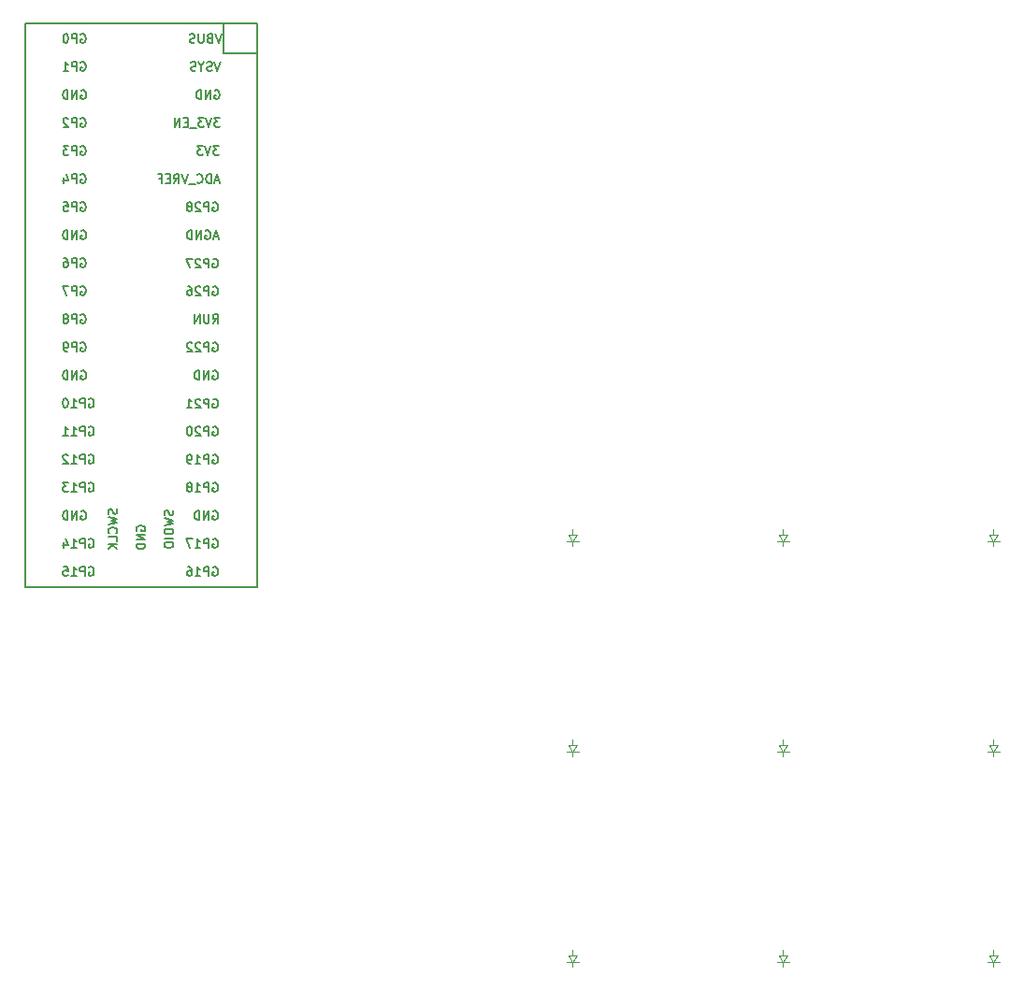
<source format=gbr>
%TF.GenerationSoftware,KiCad,Pcbnew,8.0.6*%
%TF.CreationDate,2025-04-30T12:18:25-07:00*%
%TF.ProjectId,Media_Macro_Controller,4d656469-615f-44d6-9163-726f5f436f6e,rev?*%
%TF.SameCoordinates,Original*%
%TF.FileFunction,Legend,Bot*%
%TF.FilePolarity,Positive*%
%FSLAX46Y46*%
G04 Gerber Fmt 4.6, Leading zero omitted, Abs format (unit mm)*
G04 Created by KiCad (PCBNEW 8.0.6) date 2025-04-30 12:18:25*
%MOMM*%
%LPD*%
G01*
G04 APERTURE LIST*
%ADD10C,0.150000*%
%ADD11C,0.100000*%
G04 APERTURE END LIST*
D10*
X145016428Y-33795390D02*
X145092618Y-33757295D01*
X145092618Y-33757295D02*
X145206904Y-33757295D01*
X145206904Y-33757295D02*
X145321190Y-33795390D01*
X145321190Y-33795390D02*
X145397380Y-33871580D01*
X145397380Y-33871580D02*
X145435475Y-33947771D01*
X145435475Y-33947771D02*
X145473571Y-34100152D01*
X145473571Y-34100152D02*
X145473571Y-34214438D01*
X145473571Y-34214438D02*
X145435475Y-34366819D01*
X145435475Y-34366819D02*
X145397380Y-34443009D01*
X145397380Y-34443009D02*
X145321190Y-34519200D01*
X145321190Y-34519200D02*
X145206904Y-34557295D01*
X145206904Y-34557295D02*
X145130713Y-34557295D01*
X145130713Y-34557295D02*
X145016428Y-34519200D01*
X145016428Y-34519200D02*
X144978332Y-34481104D01*
X144978332Y-34481104D02*
X144978332Y-34214438D01*
X144978332Y-34214438D02*
X145130713Y-34214438D01*
X144635475Y-34557295D02*
X144635475Y-33757295D01*
X144635475Y-33757295D02*
X144330713Y-33757295D01*
X144330713Y-33757295D02*
X144254523Y-33795390D01*
X144254523Y-33795390D02*
X144216428Y-33833485D01*
X144216428Y-33833485D02*
X144178332Y-33909676D01*
X144178332Y-33909676D02*
X144178332Y-34023961D01*
X144178332Y-34023961D02*
X144216428Y-34100152D01*
X144216428Y-34100152D02*
X144254523Y-34138247D01*
X144254523Y-34138247D02*
X144330713Y-34176342D01*
X144330713Y-34176342D02*
X144635475Y-34176342D01*
X143911666Y-33757295D02*
X143416428Y-33757295D01*
X143416428Y-33757295D02*
X143683094Y-34062057D01*
X143683094Y-34062057D02*
X143568809Y-34062057D01*
X143568809Y-34062057D02*
X143492618Y-34100152D01*
X143492618Y-34100152D02*
X143454523Y-34138247D01*
X143454523Y-34138247D02*
X143416428Y-34214438D01*
X143416428Y-34214438D02*
X143416428Y-34404914D01*
X143416428Y-34404914D02*
X143454523Y-34481104D01*
X143454523Y-34481104D02*
X143492618Y-34519200D01*
X143492618Y-34519200D02*
X143568809Y-34557295D01*
X143568809Y-34557295D02*
X143797380Y-34557295D01*
X143797380Y-34557295D02*
X143873571Y-34519200D01*
X143873571Y-34519200D02*
X143911666Y-34481104D01*
X145747381Y-59195390D02*
X145823571Y-59157295D01*
X145823571Y-59157295D02*
X145937857Y-59157295D01*
X145937857Y-59157295D02*
X146052143Y-59195390D01*
X146052143Y-59195390D02*
X146128333Y-59271580D01*
X146128333Y-59271580D02*
X146166428Y-59347771D01*
X146166428Y-59347771D02*
X146204524Y-59500152D01*
X146204524Y-59500152D02*
X146204524Y-59614438D01*
X146204524Y-59614438D02*
X146166428Y-59766819D01*
X146166428Y-59766819D02*
X146128333Y-59843009D01*
X146128333Y-59843009D02*
X146052143Y-59919200D01*
X146052143Y-59919200D02*
X145937857Y-59957295D01*
X145937857Y-59957295D02*
X145861666Y-59957295D01*
X145861666Y-59957295D02*
X145747381Y-59919200D01*
X145747381Y-59919200D02*
X145709285Y-59881104D01*
X145709285Y-59881104D02*
X145709285Y-59614438D01*
X145709285Y-59614438D02*
X145861666Y-59614438D01*
X145366428Y-59957295D02*
X145366428Y-59157295D01*
X145366428Y-59157295D02*
X145061666Y-59157295D01*
X145061666Y-59157295D02*
X144985476Y-59195390D01*
X144985476Y-59195390D02*
X144947381Y-59233485D01*
X144947381Y-59233485D02*
X144909285Y-59309676D01*
X144909285Y-59309676D02*
X144909285Y-59423961D01*
X144909285Y-59423961D02*
X144947381Y-59500152D01*
X144947381Y-59500152D02*
X144985476Y-59538247D01*
X144985476Y-59538247D02*
X145061666Y-59576342D01*
X145061666Y-59576342D02*
X145366428Y-59576342D01*
X144147381Y-59957295D02*
X144604524Y-59957295D01*
X144375952Y-59957295D02*
X144375952Y-59157295D01*
X144375952Y-59157295D02*
X144452143Y-59271580D01*
X144452143Y-59271580D02*
X144528333Y-59347771D01*
X144528333Y-59347771D02*
X144604524Y-59385866D01*
X143385476Y-59957295D02*
X143842619Y-59957295D01*
X143614047Y-59957295D02*
X143614047Y-59157295D01*
X143614047Y-59157295D02*
X143690238Y-59271580D01*
X143690238Y-59271580D02*
X143766428Y-59347771D01*
X143766428Y-59347771D02*
X143842619Y-59385866D01*
X145747381Y-56655390D02*
X145823571Y-56617295D01*
X145823571Y-56617295D02*
X145937857Y-56617295D01*
X145937857Y-56617295D02*
X146052143Y-56655390D01*
X146052143Y-56655390D02*
X146128333Y-56731580D01*
X146128333Y-56731580D02*
X146166428Y-56807771D01*
X146166428Y-56807771D02*
X146204524Y-56960152D01*
X146204524Y-56960152D02*
X146204524Y-57074438D01*
X146204524Y-57074438D02*
X146166428Y-57226819D01*
X146166428Y-57226819D02*
X146128333Y-57303009D01*
X146128333Y-57303009D02*
X146052143Y-57379200D01*
X146052143Y-57379200D02*
X145937857Y-57417295D01*
X145937857Y-57417295D02*
X145861666Y-57417295D01*
X145861666Y-57417295D02*
X145747381Y-57379200D01*
X145747381Y-57379200D02*
X145709285Y-57341104D01*
X145709285Y-57341104D02*
X145709285Y-57074438D01*
X145709285Y-57074438D02*
X145861666Y-57074438D01*
X145366428Y-57417295D02*
X145366428Y-56617295D01*
X145366428Y-56617295D02*
X145061666Y-56617295D01*
X145061666Y-56617295D02*
X144985476Y-56655390D01*
X144985476Y-56655390D02*
X144947381Y-56693485D01*
X144947381Y-56693485D02*
X144909285Y-56769676D01*
X144909285Y-56769676D02*
X144909285Y-56883961D01*
X144909285Y-56883961D02*
X144947381Y-56960152D01*
X144947381Y-56960152D02*
X144985476Y-56998247D01*
X144985476Y-56998247D02*
X145061666Y-57036342D01*
X145061666Y-57036342D02*
X145366428Y-57036342D01*
X144147381Y-57417295D02*
X144604524Y-57417295D01*
X144375952Y-57417295D02*
X144375952Y-56617295D01*
X144375952Y-56617295D02*
X144452143Y-56731580D01*
X144452143Y-56731580D02*
X144528333Y-56807771D01*
X144528333Y-56807771D02*
X144604524Y-56845866D01*
X143652142Y-56617295D02*
X143575952Y-56617295D01*
X143575952Y-56617295D02*
X143499761Y-56655390D01*
X143499761Y-56655390D02*
X143461666Y-56693485D01*
X143461666Y-56693485D02*
X143423571Y-56769676D01*
X143423571Y-56769676D02*
X143385476Y-56922057D01*
X143385476Y-56922057D02*
X143385476Y-57112533D01*
X143385476Y-57112533D02*
X143423571Y-57264914D01*
X143423571Y-57264914D02*
X143461666Y-57341104D01*
X143461666Y-57341104D02*
X143499761Y-57379200D01*
X143499761Y-57379200D02*
X143575952Y-57417295D01*
X143575952Y-57417295D02*
X143652142Y-57417295D01*
X143652142Y-57417295D02*
X143728333Y-57379200D01*
X143728333Y-57379200D02*
X143766428Y-57341104D01*
X143766428Y-57341104D02*
X143804523Y-57264914D01*
X143804523Y-57264914D02*
X143842619Y-57112533D01*
X143842619Y-57112533D02*
X143842619Y-56922057D01*
X143842619Y-56922057D02*
X143804523Y-56769676D01*
X143804523Y-56769676D02*
X143766428Y-56693485D01*
X143766428Y-56693485D02*
X143728333Y-56655390D01*
X143728333Y-56655390D02*
X143652142Y-56617295D01*
X157515476Y-33757295D02*
X157020238Y-33757295D01*
X157020238Y-33757295D02*
X157286904Y-34062057D01*
X157286904Y-34062057D02*
X157172619Y-34062057D01*
X157172619Y-34062057D02*
X157096428Y-34100152D01*
X157096428Y-34100152D02*
X157058333Y-34138247D01*
X157058333Y-34138247D02*
X157020238Y-34214438D01*
X157020238Y-34214438D02*
X157020238Y-34404914D01*
X157020238Y-34404914D02*
X157058333Y-34481104D01*
X157058333Y-34481104D02*
X157096428Y-34519200D01*
X157096428Y-34519200D02*
X157172619Y-34557295D01*
X157172619Y-34557295D02*
X157401190Y-34557295D01*
X157401190Y-34557295D02*
X157477381Y-34519200D01*
X157477381Y-34519200D02*
X157515476Y-34481104D01*
X156791666Y-33757295D02*
X156524999Y-34557295D01*
X156524999Y-34557295D02*
X156258333Y-33757295D01*
X156067857Y-33757295D02*
X155572619Y-33757295D01*
X155572619Y-33757295D02*
X155839285Y-34062057D01*
X155839285Y-34062057D02*
X155725000Y-34062057D01*
X155725000Y-34062057D02*
X155648809Y-34100152D01*
X155648809Y-34100152D02*
X155610714Y-34138247D01*
X155610714Y-34138247D02*
X155572619Y-34214438D01*
X155572619Y-34214438D02*
X155572619Y-34404914D01*
X155572619Y-34404914D02*
X155610714Y-34481104D01*
X155610714Y-34481104D02*
X155648809Y-34519200D01*
X155648809Y-34519200D02*
X155725000Y-34557295D01*
X155725000Y-34557295D02*
X155953571Y-34557295D01*
X155953571Y-34557295D02*
X156029762Y-34519200D01*
X156029762Y-34519200D02*
X156067857Y-34481104D01*
X157517857Y-36868723D02*
X157136904Y-36868723D01*
X157594047Y-37097295D02*
X157327380Y-36297295D01*
X157327380Y-36297295D02*
X157060714Y-37097295D01*
X156794047Y-37097295D02*
X156794047Y-36297295D01*
X156794047Y-36297295D02*
X156603571Y-36297295D01*
X156603571Y-36297295D02*
X156489285Y-36335390D01*
X156489285Y-36335390D02*
X156413095Y-36411580D01*
X156413095Y-36411580D02*
X156375000Y-36487771D01*
X156375000Y-36487771D02*
X156336904Y-36640152D01*
X156336904Y-36640152D02*
X156336904Y-36754438D01*
X156336904Y-36754438D02*
X156375000Y-36906819D01*
X156375000Y-36906819D02*
X156413095Y-36983009D01*
X156413095Y-36983009D02*
X156489285Y-37059200D01*
X156489285Y-37059200D02*
X156603571Y-37097295D01*
X156603571Y-37097295D02*
X156794047Y-37097295D01*
X155536904Y-37021104D02*
X155575000Y-37059200D01*
X155575000Y-37059200D02*
X155689285Y-37097295D01*
X155689285Y-37097295D02*
X155765476Y-37097295D01*
X155765476Y-37097295D02*
X155879762Y-37059200D01*
X155879762Y-37059200D02*
X155955952Y-36983009D01*
X155955952Y-36983009D02*
X155994047Y-36906819D01*
X155994047Y-36906819D02*
X156032143Y-36754438D01*
X156032143Y-36754438D02*
X156032143Y-36640152D01*
X156032143Y-36640152D02*
X155994047Y-36487771D01*
X155994047Y-36487771D02*
X155955952Y-36411580D01*
X155955952Y-36411580D02*
X155879762Y-36335390D01*
X155879762Y-36335390D02*
X155765476Y-36297295D01*
X155765476Y-36297295D02*
X155689285Y-36297295D01*
X155689285Y-36297295D02*
X155575000Y-36335390D01*
X155575000Y-36335390D02*
X155536904Y-36373485D01*
X155384524Y-37173485D02*
X154775000Y-37173485D01*
X154698809Y-36297295D02*
X154432142Y-37097295D01*
X154432142Y-37097295D02*
X154165476Y-36297295D01*
X153441666Y-37097295D02*
X153708333Y-36716342D01*
X153898809Y-37097295D02*
X153898809Y-36297295D01*
X153898809Y-36297295D02*
X153594047Y-36297295D01*
X153594047Y-36297295D02*
X153517857Y-36335390D01*
X153517857Y-36335390D02*
X153479762Y-36373485D01*
X153479762Y-36373485D02*
X153441666Y-36449676D01*
X153441666Y-36449676D02*
X153441666Y-36563961D01*
X153441666Y-36563961D02*
X153479762Y-36640152D01*
X153479762Y-36640152D02*
X153517857Y-36678247D01*
X153517857Y-36678247D02*
X153594047Y-36716342D01*
X153594047Y-36716342D02*
X153898809Y-36716342D01*
X153098809Y-36678247D02*
X152832143Y-36678247D01*
X152717857Y-37097295D02*
X153098809Y-37097295D01*
X153098809Y-37097295D02*
X153098809Y-36297295D01*
X153098809Y-36297295D02*
X152717857Y-36297295D01*
X152108333Y-36678247D02*
X152374999Y-36678247D01*
X152374999Y-37097295D02*
X152374999Y-36297295D01*
X152374999Y-36297295D02*
X151994047Y-36297295D01*
X150085390Y-68555476D02*
X150047295Y-68479286D01*
X150047295Y-68479286D02*
X150047295Y-68365000D01*
X150047295Y-68365000D02*
X150085390Y-68250714D01*
X150085390Y-68250714D02*
X150161580Y-68174524D01*
X150161580Y-68174524D02*
X150237771Y-68136429D01*
X150237771Y-68136429D02*
X150390152Y-68098333D01*
X150390152Y-68098333D02*
X150504438Y-68098333D01*
X150504438Y-68098333D02*
X150656819Y-68136429D01*
X150656819Y-68136429D02*
X150733009Y-68174524D01*
X150733009Y-68174524D02*
X150809200Y-68250714D01*
X150809200Y-68250714D02*
X150847295Y-68365000D01*
X150847295Y-68365000D02*
X150847295Y-68441191D01*
X150847295Y-68441191D02*
X150809200Y-68555476D01*
X150809200Y-68555476D02*
X150771104Y-68593572D01*
X150771104Y-68593572D02*
X150504438Y-68593572D01*
X150504438Y-68593572D02*
X150504438Y-68441191D01*
X150847295Y-68936429D02*
X150047295Y-68936429D01*
X150047295Y-68936429D02*
X150847295Y-69393572D01*
X150847295Y-69393572D02*
X150047295Y-69393572D01*
X150847295Y-69774524D02*
X150047295Y-69774524D01*
X150047295Y-69774524D02*
X150047295Y-69965000D01*
X150047295Y-69965000D02*
X150085390Y-70079286D01*
X150085390Y-70079286D02*
X150161580Y-70155476D01*
X150161580Y-70155476D02*
X150237771Y-70193571D01*
X150237771Y-70193571D02*
X150390152Y-70231667D01*
X150390152Y-70231667D02*
X150504438Y-70231667D01*
X150504438Y-70231667D02*
X150656819Y-70193571D01*
X150656819Y-70193571D02*
X150733009Y-70155476D01*
X150733009Y-70155476D02*
X150809200Y-70079286D01*
X150809200Y-70079286D02*
X150847295Y-69965000D01*
X150847295Y-69965000D02*
X150847295Y-69774524D01*
X145016428Y-49035390D02*
X145092618Y-48997295D01*
X145092618Y-48997295D02*
X145206904Y-48997295D01*
X145206904Y-48997295D02*
X145321190Y-49035390D01*
X145321190Y-49035390D02*
X145397380Y-49111580D01*
X145397380Y-49111580D02*
X145435475Y-49187771D01*
X145435475Y-49187771D02*
X145473571Y-49340152D01*
X145473571Y-49340152D02*
X145473571Y-49454438D01*
X145473571Y-49454438D02*
X145435475Y-49606819D01*
X145435475Y-49606819D02*
X145397380Y-49683009D01*
X145397380Y-49683009D02*
X145321190Y-49759200D01*
X145321190Y-49759200D02*
X145206904Y-49797295D01*
X145206904Y-49797295D02*
X145130713Y-49797295D01*
X145130713Y-49797295D02*
X145016428Y-49759200D01*
X145016428Y-49759200D02*
X144978332Y-49721104D01*
X144978332Y-49721104D02*
X144978332Y-49454438D01*
X144978332Y-49454438D02*
X145130713Y-49454438D01*
X144635475Y-49797295D02*
X144635475Y-48997295D01*
X144635475Y-48997295D02*
X144330713Y-48997295D01*
X144330713Y-48997295D02*
X144254523Y-49035390D01*
X144254523Y-49035390D02*
X144216428Y-49073485D01*
X144216428Y-49073485D02*
X144178332Y-49149676D01*
X144178332Y-49149676D02*
X144178332Y-49263961D01*
X144178332Y-49263961D02*
X144216428Y-49340152D01*
X144216428Y-49340152D02*
X144254523Y-49378247D01*
X144254523Y-49378247D02*
X144330713Y-49416342D01*
X144330713Y-49416342D02*
X144635475Y-49416342D01*
X143721190Y-49340152D02*
X143797380Y-49302057D01*
X143797380Y-49302057D02*
X143835475Y-49263961D01*
X143835475Y-49263961D02*
X143873571Y-49187771D01*
X143873571Y-49187771D02*
X143873571Y-49149676D01*
X143873571Y-49149676D02*
X143835475Y-49073485D01*
X143835475Y-49073485D02*
X143797380Y-49035390D01*
X143797380Y-49035390D02*
X143721190Y-48997295D01*
X143721190Y-48997295D02*
X143568809Y-48997295D01*
X143568809Y-48997295D02*
X143492618Y-49035390D01*
X143492618Y-49035390D02*
X143454523Y-49073485D01*
X143454523Y-49073485D02*
X143416428Y-49149676D01*
X143416428Y-49149676D02*
X143416428Y-49187771D01*
X143416428Y-49187771D02*
X143454523Y-49263961D01*
X143454523Y-49263961D02*
X143492618Y-49302057D01*
X143492618Y-49302057D02*
X143568809Y-49340152D01*
X143568809Y-49340152D02*
X143721190Y-49340152D01*
X143721190Y-49340152D02*
X143797380Y-49378247D01*
X143797380Y-49378247D02*
X143835475Y-49416342D01*
X143835475Y-49416342D02*
X143873571Y-49492533D01*
X143873571Y-49492533D02*
X143873571Y-49644914D01*
X143873571Y-49644914D02*
X143835475Y-49721104D01*
X143835475Y-49721104D02*
X143797380Y-49759200D01*
X143797380Y-49759200D02*
X143721190Y-49797295D01*
X143721190Y-49797295D02*
X143568809Y-49797295D01*
X143568809Y-49797295D02*
X143492618Y-49759200D01*
X143492618Y-49759200D02*
X143454523Y-49721104D01*
X143454523Y-49721104D02*
X143416428Y-49644914D01*
X143416428Y-49644914D02*
X143416428Y-49492533D01*
X143416428Y-49492533D02*
X143454523Y-49416342D01*
X143454523Y-49416342D02*
X143492618Y-49378247D01*
X143492618Y-49378247D02*
X143568809Y-49340152D01*
X157646428Y-26137295D02*
X157379761Y-26937295D01*
X157379761Y-26937295D02*
X157113095Y-26137295D01*
X156884524Y-26899200D02*
X156770238Y-26937295D01*
X156770238Y-26937295D02*
X156579762Y-26937295D01*
X156579762Y-26937295D02*
X156503571Y-26899200D01*
X156503571Y-26899200D02*
X156465476Y-26861104D01*
X156465476Y-26861104D02*
X156427381Y-26784914D01*
X156427381Y-26784914D02*
X156427381Y-26708723D01*
X156427381Y-26708723D02*
X156465476Y-26632533D01*
X156465476Y-26632533D02*
X156503571Y-26594438D01*
X156503571Y-26594438D02*
X156579762Y-26556342D01*
X156579762Y-26556342D02*
X156732143Y-26518247D01*
X156732143Y-26518247D02*
X156808333Y-26480152D01*
X156808333Y-26480152D02*
X156846428Y-26442057D01*
X156846428Y-26442057D02*
X156884524Y-26365866D01*
X156884524Y-26365866D02*
X156884524Y-26289676D01*
X156884524Y-26289676D02*
X156846428Y-26213485D01*
X156846428Y-26213485D02*
X156808333Y-26175390D01*
X156808333Y-26175390D02*
X156732143Y-26137295D01*
X156732143Y-26137295D02*
X156541666Y-26137295D01*
X156541666Y-26137295D02*
X156427381Y-26175390D01*
X155932142Y-26556342D02*
X155932142Y-26937295D01*
X156198809Y-26137295D02*
X155932142Y-26556342D01*
X155932142Y-26556342D02*
X155665476Y-26137295D01*
X155436905Y-26899200D02*
X155322619Y-26937295D01*
X155322619Y-26937295D02*
X155132143Y-26937295D01*
X155132143Y-26937295D02*
X155055952Y-26899200D01*
X155055952Y-26899200D02*
X155017857Y-26861104D01*
X155017857Y-26861104D02*
X154979762Y-26784914D01*
X154979762Y-26784914D02*
X154979762Y-26708723D01*
X154979762Y-26708723D02*
X155017857Y-26632533D01*
X155017857Y-26632533D02*
X155055952Y-26594438D01*
X155055952Y-26594438D02*
X155132143Y-26556342D01*
X155132143Y-26556342D02*
X155284524Y-26518247D01*
X155284524Y-26518247D02*
X155360714Y-26480152D01*
X155360714Y-26480152D02*
X155398809Y-26442057D01*
X155398809Y-26442057D02*
X155436905Y-26365866D01*
X155436905Y-26365866D02*
X155436905Y-26289676D01*
X155436905Y-26289676D02*
X155398809Y-26213485D01*
X155398809Y-26213485D02*
X155360714Y-26175390D01*
X155360714Y-26175390D02*
X155284524Y-26137295D01*
X155284524Y-26137295D02*
X155094047Y-26137295D01*
X155094047Y-26137295D02*
X154979762Y-26175390D01*
X156984523Y-54115390D02*
X157060713Y-54077295D01*
X157060713Y-54077295D02*
X157174999Y-54077295D01*
X157174999Y-54077295D02*
X157289285Y-54115390D01*
X157289285Y-54115390D02*
X157365475Y-54191580D01*
X157365475Y-54191580D02*
X157403570Y-54267771D01*
X157403570Y-54267771D02*
X157441666Y-54420152D01*
X157441666Y-54420152D02*
X157441666Y-54534438D01*
X157441666Y-54534438D02*
X157403570Y-54686819D01*
X157403570Y-54686819D02*
X157365475Y-54763009D01*
X157365475Y-54763009D02*
X157289285Y-54839200D01*
X157289285Y-54839200D02*
X157174999Y-54877295D01*
X157174999Y-54877295D02*
X157098808Y-54877295D01*
X157098808Y-54877295D02*
X156984523Y-54839200D01*
X156984523Y-54839200D02*
X156946427Y-54801104D01*
X156946427Y-54801104D02*
X156946427Y-54534438D01*
X156946427Y-54534438D02*
X157098808Y-54534438D01*
X156603570Y-54877295D02*
X156603570Y-54077295D01*
X156603570Y-54077295D02*
X156146427Y-54877295D01*
X156146427Y-54877295D02*
X156146427Y-54077295D01*
X155765475Y-54877295D02*
X155765475Y-54077295D01*
X155765475Y-54077295D02*
X155574999Y-54077295D01*
X155574999Y-54077295D02*
X155460713Y-54115390D01*
X155460713Y-54115390D02*
X155384523Y-54191580D01*
X155384523Y-54191580D02*
X155346428Y-54267771D01*
X155346428Y-54267771D02*
X155308332Y-54420152D01*
X155308332Y-54420152D02*
X155308332Y-54534438D01*
X155308332Y-54534438D02*
X155346428Y-54686819D01*
X155346428Y-54686819D02*
X155384523Y-54763009D01*
X155384523Y-54763009D02*
X155460713Y-54839200D01*
X155460713Y-54839200D02*
X155574999Y-54877295D01*
X155574999Y-54877295D02*
X155765475Y-54877295D01*
X145054523Y-41415390D02*
X145130713Y-41377295D01*
X145130713Y-41377295D02*
X145244999Y-41377295D01*
X145244999Y-41377295D02*
X145359285Y-41415390D01*
X145359285Y-41415390D02*
X145435475Y-41491580D01*
X145435475Y-41491580D02*
X145473570Y-41567771D01*
X145473570Y-41567771D02*
X145511666Y-41720152D01*
X145511666Y-41720152D02*
X145511666Y-41834438D01*
X145511666Y-41834438D02*
X145473570Y-41986819D01*
X145473570Y-41986819D02*
X145435475Y-42063009D01*
X145435475Y-42063009D02*
X145359285Y-42139200D01*
X145359285Y-42139200D02*
X145244999Y-42177295D01*
X145244999Y-42177295D02*
X145168808Y-42177295D01*
X145168808Y-42177295D02*
X145054523Y-42139200D01*
X145054523Y-42139200D02*
X145016427Y-42101104D01*
X145016427Y-42101104D02*
X145016427Y-41834438D01*
X145016427Y-41834438D02*
X145168808Y-41834438D01*
X144673570Y-42177295D02*
X144673570Y-41377295D01*
X144673570Y-41377295D02*
X144216427Y-42177295D01*
X144216427Y-42177295D02*
X144216427Y-41377295D01*
X143835475Y-42177295D02*
X143835475Y-41377295D01*
X143835475Y-41377295D02*
X143644999Y-41377295D01*
X143644999Y-41377295D02*
X143530713Y-41415390D01*
X143530713Y-41415390D02*
X143454523Y-41491580D01*
X143454523Y-41491580D02*
X143416428Y-41567771D01*
X143416428Y-41567771D02*
X143378332Y-41720152D01*
X143378332Y-41720152D02*
X143378332Y-41834438D01*
X143378332Y-41834438D02*
X143416428Y-41986819D01*
X143416428Y-41986819D02*
X143454523Y-42063009D01*
X143454523Y-42063009D02*
X143530713Y-42139200D01*
X143530713Y-42139200D02*
X143644999Y-42177295D01*
X143644999Y-42177295D02*
X143835475Y-42177295D01*
X145016428Y-36335390D02*
X145092618Y-36297295D01*
X145092618Y-36297295D02*
X145206904Y-36297295D01*
X145206904Y-36297295D02*
X145321190Y-36335390D01*
X145321190Y-36335390D02*
X145397380Y-36411580D01*
X145397380Y-36411580D02*
X145435475Y-36487771D01*
X145435475Y-36487771D02*
X145473571Y-36640152D01*
X145473571Y-36640152D02*
X145473571Y-36754438D01*
X145473571Y-36754438D02*
X145435475Y-36906819D01*
X145435475Y-36906819D02*
X145397380Y-36983009D01*
X145397380Y-36983009D02*
X145321190Y-37059200D01*
X145321190Y-37059200D02*
X145206904Y-37097295D01*
X145206904Y-37097295D02*
X145130713Y-37097295D01*
X145130713Y-37097295D02*
X145016428Y-37059200D01*
X145016428Y-37059200D02*
X144978332Y-37021104D01*
X144978332Y-37021104D02*
X144978332Y-36754438D01*
X144978332Y-36754438D02*
X145130713Y-36754438D01*
X144635475Y-37097295D02*
X144635475Y-36297295D01*
X144635475Y-36297295D02*
X144330713Y-36297295D01*
X144330713Y-36297295D02*
X144254523Y-36335390D01*
X144254523Y-36335390D02*
X144216428Y-36373485D01*
X144216428Y-36373485D02*
X144178332Y-36449676D01*
X144178332Y-36449676D02*
X144178332Y-36563961D01*
X144178332Y-36563961D02*
X144216428Y-36640152D01*
X144216428Y-36640152D02*
X144254523Y-36678247D01*
X144254523Y-36678247D02*
X144330713Y-36716342D01*
X144330713Y-36716342D02*
X144635475Y-36716342D01*
X143492618Y-36563961D02*
X143492618Y-37097295D01*
X143683094Y-36259200D02*
X143873571Y-36830628D01*
X143873571Y-36830628D02*
X143378332Y-36830628D01*
X145016428Y-38875390D02*
X145092618Y-38837295D01*
X145092618Y-38837295D02*
X145206904Y-38837295D01*
X145206904Y-38837295D02*
X145321190Y-38875390D01*
X145321190Y-38875390D02*
X145397380Y-38951580D01*
X145397380Y-38951580D02*
X145435475Y-39027771D01*
X145435475Y-39027771D02*
X145473571Y-39180152D01*
X145473571Y-39180152D02*
X145473571Y-39294438D01*
X145473571Y-39294438D02*
X145435475Y-39446819D01*
X145435475Y-39446819D02*
X145397380Y-39523009D01*
X145397380Y-39523009D02*
X145321190Y-39599200D01*
X145321190Y-39599200D02*
X145206904Y-39637295D01*
X145206904Y-39637295D02*
X145130713Y-39637295D01*
X145130713Y-39637295D02*
X145016428Y-39599200D01*
X145016428Y-39599200D02*
X144978332Y-39561104D01*
X144978332Y-39561104D02*
X144978332Y-39294438D01*
X144978332Y-39294438D02*
X145130713Y-39294438D01*
X144635475Y-39637295D02*
X144635475Y-38837295D01*
X144635475Y-38837295D02*
X144330713Y-38837295D01*
X144330713Y-38837295D02*
X144254523Y-38875390D01*
X144254523Y-38875390D02*
X144216428Y-38913485D01*
X144216428Y-38913485D02*
X144178332Y-38989676D01*
X144178332Y-38989676D02*
X144178332Y-39103961D01*
X144178332Y-39103961D02*
X144216428Y-39180152D01*
X144216428Y-39180152D02*
X144254523Y-39218247D01*
X144254523Y-39218247D02*
X144330713Y-39256342D01*
X144330713Y-39256342D02*
X144635475Y-39256342D01*
X143454523Y-38837295D02*
X143835475Y-38837295D01*
X143835475Y-38837295D02*
X143873571Y-39218247D01*
X143873571Y-39218247D02*
X143835475Y-39180152D01*
X143835475Y-39180152D02*
X143759285Y-39142057D01*
X143759285Y-39142057D02*
X143568809Y-39142057D01*
X143568809Y-39142057D02*
X143492618Y-39180152D01*
X143492618Y-39180152D02*
X143454523Y-39218247D01*
X143454523Y-39218247D02*
X143416428Y-39294438D01*
X143416428Y-39294438D02*
X143416428Y-39484914D01*
X143416428Y-39484914D02*
X143454523Y-39561104D01*
X143454523Y-39561104D02*
X143492618Y-39599200D01*
X143492618Y-39599200D02*
X143568809Y-39637295D01*
X143568809Y-39637295D02*
X143759285Y-39637295D01*
X143759285Y-39637295D02*
X143835475Y-39599200D01*
X143835475Y-39599200D02*
X143873571Y-39561104D01*
X156977381Y-43965390D02*
X157053571Y-43927295D01*
X157053571Y-43927295D02*
X157167857Y-43927295D01*
X157167857Y-43927295D02*
X157282143Y-43965390D01*
X157282143Y-43965390D02*
X157358333Y-44041580D01*
X157358333Y-44041580D02*
X157396428Y-44117771D01*
X157396428Y-44117771D02*
X157434524Y-44270152D01*
X157434524Y-44270152D02*
X157434524Y-44384438D01*
X157434524Y-44384438D02*
X157396428Y-44536819D01*
X157396428Y-44536819D02*
X157358333Y-44613009D01*
X157358333Y-44613009D02*
X157282143Y-44689200D01*
X157282143Y-44689200D02*
X157167857Y-44727295D01*
X157167857Y-44727295D02*
X157091666Y-44727295D01*
X157091666Y-44727295D02*
X156977381Y-44689200D01*
X156977381Y-44689200D02*
X156939285Y-44651104D01*
X156939285Y-44651104D02*
X156939285Y-44384438D01*
X156939285Y-44384438D02*
X157091666Y-44384438D01*
X156596428Y-44727295D02*
X156596428Y-43927295D01*
X156596428Y-43927295D02*
X156291666Y-43927295D01*
X156291666Y-43927295D02*
X156215476Y-43965390D01*
X156215476Y-43965390D02*
X156177381Y-44003485D01*
X156177381Y-44003485D02*
X156139285Y-44079676D01*
X156139285Y-44079676D02*
X156139285Y-44193961D01*
X156139285Y-44193961D02*
X156177381Y-44270152D01*
X156177381Y-44270152D02*
X156215476Y-44308247D01*
X156215476Y-44308247D02*
X156291666Y-44346342D01*
X156291666Y-44346342D02*
X156596428Y-44346342D01*
X155834524Y-44003485D02*
X155796428Y-43965390D01*
X155796428Y-43965390D02*
X155720238Y-43927295D01*
X155720238Y-43927295D02*
X155529762Y-43927295D01*
X155529762Y-43927295D02*
X155453571Y-43965390D01*
X155453571Y-43965390D02*
X155415476Y-44003485D01*
X155415476Y-44003485D02*
X155377381Y-44079676D01*
X155377381Y-44079676D02*
X155377381Y-44155866D01*
X155377381Y-44155866D02*
X155415476Y-44270152D01*
X155415476Y-44270152D02*
X155872619Y-44727295D01*
X155872619Y-44727295D02*
X155377381Y-44727295D01*
X155110714Y-43927295D02*
X154577380Y-43927295D01*
X154577380Y-43927295D02*
X154920238Y-44727295D01*
X157434523Y-41948723D02*
X157053570Y-41948723D01*
X157510713Y-42177295D02*
X157244046Y-41377295D01*
X157244046Y-41377295D02*
X156977380Y-42177295D01*
X156291666Y-41415390D02*
X156367856Y-41377295D01*
X156367856Y-41377295D02*
X156482142Y-41377295D01*
X156482142Y-41377295D02*
X156596428Y-41415390D01*
X156596428Y-41415390D02*
X156672618Y-41491580D01*
X156672618Y-41491580D02*
X156710713Y-41567771D01*
X156710713Y-41567771D02*
X156748809Y-41720152D01*
X156748809Y-41720152D02*
X156748809Y-41834438D01*
X156748809Y-41834438D02*
X156710713Y-41986819D01*
X156710713Y-41986819D02*
X156672618Y-42063009D01*
X156672618Y-42063009D02*
X156596428Y-42139200D01*
X156596428Y-42139200D02*
X156482142Y-42177295D01*
X156482142Y-42177295D02*
X156405951Y-42177295D01*
X156405951Y-42177295D02*
X156291666Y-42139200D01*
X156291666Y-42139200D02*
X156253570Y-42101104D01*
X156253570Y-42101104D02*
X156253570Y-41834438D01*
X156253570Y-41834438D02*
X156405951Y-41834438D01*
X155910713Y-42177295D02*
X155910713Y-41377295D01*
X155910713Y-41377295D02*
X155453570Y-42177295D01*
X155453570Y-42177295D02*
X155453570Y-41377295D01*
X155072618Y-42177295D02*
X155072618Y-41377295D01*
X155072618Y-41377295D02*
X154882142Y-41377295D01*
X154882142Y-41377295D02*
X154767856Y-41415390D01*
X154767856Y-41415390D02*
X154691666Y-41491580D01*
X154691666Y-41491580D02*
X154653571Y-41567771D01*
X154653571Y-41567771D02*
X154615475Y-41720152D01*
X154615475Y-41720152D02*
X154615475Y-41834438D01*
X154615475Y-41834438D02*
X154653571Y-41986819D01*
X154653571Y-41986819D02*
X154691666Y-42063009D01*
X154691666Y-42063009D02*
X154767856Y-42139200D01*
X154767856Y-42139200D02*
X154882142Y-42177295D01*
X154882142Y-42177295D02*
X155072618Y-42177295D01*
X145016428Y-51575390D02*
X145092618Y-51537295D01*
X145092618Y-51537295D02*
X145206904Y-51537295D01*
X145206904Y-51537295D02*
X145321190Y-51575390D01*
X145321190Y-51575390D02*
X145397380Y-51651580D01*
X145397380Y-51651580D02*
X145435475Y-51727771D01*
X145435475Y-51727771D02*
X145473571Y-51880152D01*
X145473571Y-51880152D02*
X145473571Y-51994438D01*
X145473571Y-51994438D02*
X145435475Y-52146819D01*
X145435475Y-52146819D02*
X145397380Y-52223009D01*
X145397380Y-52223009D02*
X145321190Y-52299200D01*
X145321190Y-52299200D02*
X145206904Y-52337295D01*
X145206904Y-52337295D02*
X145130713Y-52337295D01*
X145130713Y-52337295D02*
X145016428Y-52299200D01*
X145016428Y-52299200D02*
X144978332Y-52261104D01*
X144978332Y-52261104D02*
X144978332Y-51994438D01*
X144978332Y-51994438D02*
X145130713Y-51994438D01*
X144635475Y-52337295D02*
X144635475Y-51537295D01*
X144635475Y-51537295D02*
X144330713Y-51537295D01*
X144330713Y-51537295D02*
X144254523Y-51575390D01*
X144254523Y-51575390D02*
X144216428Y-51613485D01*
X144216428Y-51613485D02*
X144178332Y-51689676D01*
X144178332Y-51689676D02*
X144178332Y-51803961D01*
X144178332Y-51803961D02*
X144216428Y-51880152D01*
X144216428Y-51880152D02*
X144254523Y-51918247D01*
X144254523Y-51918247D02*
X144330713Y-51956342D01*
X144330713Y-51956342D02*
X144635475Y-51956342D01*
X143797380Y-52337295D02*
X143644999Y-52337295D01*
X143644999Y-52337295D02*
X143568809Y-52299200D01*
X143568809Y-52299200D02*
X143530713Y-52261104D01*
X143530713Y-52261104D02*
X143454523Y-52146819D01*
X143454523Y-52146819D02*
X143416428Y-51994438D01*
X143416428Y-51994438D02*
X143416428Y-51689676D01*
X143416428Y-51689676D02*
X143454523Y-51613485D01*
X143454523Y-51613485D02*
X143492618Y-51575390D01*
X143492618Y-51575390D02*
X143568809Y-51537295D01*
X143568809Y-51537295D02*
X143721190Y-51537295D01*
X143721190Y-51537295D02*
X143797380Y-51575390D01*
X143797380Y-51575390D02*
X143835475Y-51613485D01*
X143835475Y-51613485D02*
X143873571Y-51689676D01*
X143873571Y-51689676D02*
X143873571Y-51880152D01*
X143873571Y-51880152D02*
X143835475Y-51956342D01*
X143835475Y-51956342D02*
X143797380Y-51994438D01*
X143797380Y-51994438D02*
X143721190Y-52032533D01*
X143721190Y-52032533D02*
X143568809Y-52032533D01*
X143568809Y-52032533D02*
X143492618Y-51994438D01*
X143492618Y-51994438D02*
X143454523Y-51956342D01*
X143454523Y-51956342D02*
X143416428Y-51880152D01*
X156977381Y-38875390D02*
X157053571Y-38837295D01*
X157053571Y-38837295D02*
X157167857Y-38837295D01*
X157167857Y-38837295D02*
X157282143Y-38875390D01*
X157282143Y-38875390D02*
X157358333Y-38951580D01*
X157358333Y-38951580D02*
X157396428Y-39027771D01*
X157396428Y-39027771D02*
X157434524Y-39180152D01*
X157434524Y-39180152D02*
X157434524Y-39294438D01*
X157434524Y-39294438D02*
X157396428Y-39446819D01*
X157396428Y-39446819D02*
X157358333Y-39523009D01*
X157358333Y-39523009D02*
X157282143Y-39599200D01*
X157282143Y-39599200D02*
X157167857Y-39637295D01*
X157167857Y-39637295D02*
X157091666Y-39637295D01*
X157091666Y-39637295D02*
X156977381Y-39599200D01*
X156977381Y-39599200D02*
X156939285Y-39561104D01*
X156939285Y-39561104D02*
X156939285Y-39294438D01*
X156939285Y-39294438D02*
X157091666Y-39294438D01*
X156596428Y-39637295D02*
X156596428Y-38837295D01*
X156596428Y-38837295D02*
X156291666Y-38837295D01*
X156291666Y-38837295D02*
X156215476Y-38875390D01*
X156215476Y-38875390D02*
X156177381Y-38913485D01*
X156177381Y-38913485D02*
X156139285Y-38989676D01*
X156139285Y-38989676D02*
X156139285Y-39103961D01*
X156139285Y-39103961D02*
X156177381Y-39180152D01*
X156177381Y-39180152D02*
X156215476Y-39218247D01*
X156215476Y-39218247D02*
X156291666Y-39256342D01*
X156291666Y-39256342D02*
X156596428Y-39256342D01*
X155834524Y-38913485D02*
X155796428Y-38875390D01*
X155796428Y-38875390D02*
X155720238Y-38837295D01*
X155720238Y-38837295D02*
X155529762Y-38837295D01*
X155529762Y-38837295D02*
X155453571Y-38875390D01*
X155453571Y-38875390D02*
X155415476Y-38913485D01*
X155415476Y-38913485D02*
X155377381Y-38989676D01*
X155377381Y-38989676D02*
X155377381Y-39065866D01*
X155377381Y-39065866D02*
X155415476Y-39180152D01*
X155415476Y-39180152D02*
X155872619Y-39637295D01*
X155872619Y-39637295D02*
X155377381Y-39637295D01*
X154920238Y-39180152D02*
X154996428Y-39142057D01*
X154996428Y-39142057D02*
X155034523Y-39103961D01*
X155034523Y-39103961D02*
X155072619Y-39027771D01*
X155072619Y-39027771D02*
X155072619Y-38989676D01*
X155072619Y-38989676D02*
X155034523Y-38913485D01*
X155034523Y-38913485D02*
X154996428Y-38875390D01*
X154996428Y-38875390D02*
X154920238Y-38837295D01*
X154920238Y-38837295D02*
X154767857Y-38837295D01*
X154767857Y-38837295D02*
X154691666Y-38875390D01*
X154691666Y-38875390D02*
X154653571Y-38913485D01*
X154653571Y-38913485D02*
X154615476Y-38989676D01*
X154615476Y-38989676D02*
X154615476Y-39027771D01*
X154615476Y-39027771D02*
X154653571Y-39103961D01*
X154653571Y-39103961D02*
X154691666Y-39142057D01*
X154691666Y-39142057D02*
X154767857Y-39180152D01*
X154767857Y-39180152D02*
X154920238Y-39180152D01*
X154920238Y-39180152D02*
X154996428Y-39218247D01*
X154996428Y-39218247D02*
X155034523Y-39256342D01*
X155034523Y-39256342D02*
X155072619Y-39332533D01*
X155072619Y-39332533D02*
X155072619Y-39484914D01*
X155072619Y-39484914D02*
X155034523Y-39561104D01*
X155034523Y-39561104D02*
X154996428Y-39599200D01*
X154996428Y-39599200D02*
X154920238Y-39637295D01*
X154920238Y-39637295D02*
X154767857Y-39637295D01*
X154767857Y-39637295D02*
X154691666Y-39599200D01*
X154691666Y-39599200D02*
X154653571Y-39561104D01*
X154653571Y-39561104D02*
X154615476Y-39484914D01*
X154615476Y-39484914D02*
X154615476Y-39332533D01*
X154615476Y-39332533D02*
X154653571Y-39256342D01*
X154653571Y-39256342D02*
X154691666Y-39218247D01*
X154691666Y-39218247D02*
X154767857Y-39180152D01*
X145016428Y-23635390D02*
X145092618Y-23597295D01*
X145092618Y-23597295D02*
X145206904Y-23597295D01*
X145206904Y-23597295D02*
X145321190Y-23635390D01*
X145321190Y-23635390D02*
X145397380Y-23711580D01*
X145397380Y-23711580D02*
X145435475Y-23787771D01*
X145435475Y-23787771D02*
X145473571Y-23940152D01*
X145473571Y-23940152D02*
X145473571Y-24054438D01*
X145473571Y-24054438D02*
X145435475Y-24206819D01*
X145435475Y-24206819D02*
X145397380Y-24283009D01*
X145397380Y-24283009D02*
X145321190Y-24359200D01*
X145321190Y-24359200D02*
X145206904Y-24397295D01*
X145206904Y-24397295D02*
X145130713Y-24397295D01*
X145130713Y-24397295D02*
X145016428Y-24359200D01*
X145016428Y-24359200D02*
X144978332Y-24321104D01*
X144978332Y-24321104D02*
X144978332Y-24054438D01*
X144978332Y-24054438D02*
X145130713Y-24054438D01*
X144635475Y-24397295D02*
X144635475Y-23597295D01*
X144635475Y-23597295D02*
X144330713Y-23597295D01*
X144330713Y-23597295D02*
X144254523Y-23635390D01*
X144254523Y-23635390D02*
X144216428Y-23673485D01*
X144216428Y-23673485D02*
X144178332Y-23749676D01*
X144178332Y-23749676D02*
X144178332Y-23863961D01*
X144178332Y-23863961D02*
X144216428Y-23940152D01*
X144216428Y-23940152D02*
X144254523Y-23978247D01*
X144254523Y-23978247D02*
X144330713Y-24016342D01*
X144330713Y-24016342D02*
X144635475Y-24016342D01*
X143683094Y-23597295D02*
X143606904Y-23597295D01*
X143606904Y-23597295D02*
X143530713Y-23635390D01*
X143530713Y-23635390D02*
X143492618Y-23673485D01*
X143492618Y-23673485D02*
X143454523Y-23749676D01*
X143454523Y-23749676D02*
X143416428Y-23902057D01*
X143416428Y-23902057D02*
X143416428Y-24092533D01*
X143416428Y-24092533D02*
X143454523Y-24244914D01*
X143454523Y-24244914D02*
X143492618Y-24321104D01*
X143492618Y-24321104D02*
X143530713Y-24359200D01*
X143530713Y-24359200D02*
X143606904Y-24397295D01*
X143606904Y-24397295D02*
X143683094Y-24397295D01*
X143683094Y-24397295D02*
X143759285Y-24359200D01*
X143759285Y-24359200D02*
X143797380Y-24321104D01*
X143797380Y-24321104D02*
X143835475Y-24244914D01*
X143835475Y-24244914D02*
X143873571Y-24092533D01*
X143873571Y-24092533D02*
X143873571Y-23902057D01*
X143873571Y-23902057D02*
X143835475Y-23749676D01*
X143835475Y-23749676D02*
X143797380Y-23673485D01*
X143797380Y-23673485D02*
X143759285Y-23635390D01*
X143759285Y-23635390D02*
X143683094Y-23597295D01*
X148269200Y-66605475D02*
X148307295Y-66719761D01*
X148307295Y-66719761D02*
X148307295Y-66910237D01*
X148307295Y-66910237D02*
X148269200Y-66986428D01*
X148269200Y-66986428D02*
X148231104Y-67024523D01*
X148231104Y-67024523D02*
X148154914Y-67062618D01*
X148154914Y-67062618D02*
X148078723Y-67062618D01*
X148078723Y-67062618D02*
X148002533Y-67024523D01*
X148002533Y-67024523D02*
X147964438Y-66986428D01*
X147964438Y-66986428D02*
X147926342Y-66910237D01*
X147926342Y-66910237D02*
X147888247Y-66757856D01*
X147888247Y-66757856D02*
X147850152Y-66681666D01*
X147850152Y-66681666D02*
X147812057Y-66643571D01*
X147812057Y-66643571D02*
X147735866Y-66605475D01*
X147735866Y-66605475D02*
X147659676Y-66605475D01*
X147659676Y-66605475D02*
X147583485Y-66643571D01*
X147583485Y-66643571D02*
X147545390Y-66681666D01*
X147545390Y-66681666D02*
X147507295Y-66757856D01*
X147507295Y-66757856D02*
X147507295Y-66948333D01*
X147507295Y-66948333D02*
X147545390Y-67062618D01*
X147507295Y-67329285D02*
X148307295Y-67519761D01*
X148307295Y-67519761D02*
X147735866Y-67672142D01*
X147735866Y-67672142D02*
X148307295Y-67824523D01*
X148307295Y-67824523D02*
X147507295Y-68015000D01*
X148231104Y-68776905D02*
X148269200Y-68738809D01*
X148269200Y-68738809D02*
X148307295Y-68624524D01*
X148307295Y-68624524D02*
X148307295Y-68548333D01*
X148307295Y-68548333D02*
X148269200Y-68434047D01*
X148269200Y-68434047D02*
X148193009Y-68357857D01*
X148193009Y-68357857D02*
X148116819Y-68319762D01*
X148116819Y-68319762D02*
X147964438Y-68281666D01*
X147964438Y-68281666D02*
X147850152Y-68281666D01*
X147850152Y-68281666D02*
X147697771Y-68319762D01*
X147697771Y-68319762D02*
X147621580Y-68357857D01*
X147621580Y-68357857D02*
X147545390Y-68434047D01*
X147545390Y-68434047D02*
X147507295Y-68548333D01*
X147507295Y-68548333D02*
X147507295Y-68624524D01*
X147507295Y-68624524D02*
X147545390Y-68738809D01*
X147545390Y-68738809D02*
X147583485Y-68776905D01*
X148307295Y-69500714D02*
X148307295Y-69119762D01*
X148307295Y-69119762D02*
X147507295Y-69119762D01*
X148307295Y-69767381D02*
X147507295Y-69767381D01*
X148307295Y-70224524D02*
X147850152Y-69881666D01*
X147507295Y-70224524D02*
X147964438Y-69767381D01*
X156977381Y-61735390D02*
X157053571Y-61697295D01*
X157053571Y-61697295D02*
X157167857Y-61697295D01*
X157167857Y-61697295D02*
X157282143Y-61735390D01*
X157282143Y-61735390D02*
X157358333Y-61811580D01*
X157358333Y-61811580D02*
X157396428Y-61887771D01*
X157396428Y-61887771D02*
X157434524Y-62040152D01*
X157434524Y-62040152D02*
X157434524Y-62154438D01*
X157434524Y-62154438D02*
X157396428Y-62306819D01*
X157396428Y-62306819D02*
X157358333Y-62383009D01*
X157358333Y-62383009D02*
X157282143Y-62459200D01*
X157282143Y-62459200D02*
X157167857Y-62497295D01*
X157167857Y-62497295D02*
X157091666Y-62497295D01*
X157091666Y-62497295D02*
X156977381Y-62459200D01*
X156977381Y-62459200D02*
X156939285Y-62421104D01*
X156939285Y-62421104D02*
X156939285Y-62154438D01*
X156939285Y-62154438D02*
X157091666Y-62154438D01*
X156596428Y-62497295D02*
X156596428Y-61697295D01*
X156596428Y-61697295D02*
X156291666Y-61697295D01*
X156291666Y-61697295D02*
X156215476Y-61735390D01*
X156215476Y-61735390D02*
X156177381Y-61773485D01*
X156177381Y-61773485D02*
X156139285Y-61849676D01*
X156139285Y-61849676D02*
X156139285Y-61963961D01*
X156139285Y-61963961D02*
X156177381Y-62040152D01*
X156177381Y-62040152D02*
X156215476Y-62078247D01*
X156215476Y-62078247D02*
X156291666Y-62116342D01*
X156291666Y-62116342D02*
X156596428Y-62116342D01*
X155377381Y-62497295D02*
X155834524Y-62497295D01*
X155605952Y-62497295D02*
X155605952Y-61697295D01*
X155605952Y-61697295D02*
X155682143Y-61811580D01*
X155682143Y-61811580D02*
X155758333Y-61887771D01*
X155758333Y-61887771D02*
X155834524Y-61925866D01*
X154996428Y-62497295D02*
X154844047Y-62497295D01*
X154844047Y-62497295D02*
X154767857Y-62459200D01*
X154767857Y-62459200D02*
X154729761Y-62421104D01*
X154729761Y-62421104D02*
X154653571Y-62306819D01*
X154653571Y-62306819D02*
X154615476Y-62154438D01*
X154615476Y-62154438D02*
X154615476Y-61849676D01*
X154615476Y-61849676D02*
X154653571Y-61773485D01*
X154653571Y-61773485D02*
X154691666Y-61735390D01*
X154691666Y-61735390D02*
X154767857Y-61697295D01*
X154767857Y-61697295D02*
X154920238Y-61697295D01*
X154920238Y-61697295D02*
X154996428Y-61735390D01*
X154996428Y-61735390D02*
X155034523Y-61773485D01*
X155034523Y-61773485D02*
X155072619Y-61849676D01*
X155072619Y-61849676D02*
X155072619Y-62040152D01*
X155072619Y-62040152D02*
X155034523Y-62116342D01*
X155034523Y-62116342D02*
X154996428Y-62154438D01*
X154996428Y-62154438D02*
X154920238Y-62192533D01*
X154920238Y-62192533D02*
X154767857Y-62192533D01*
X154767857Y-62192533D02*
X154691666Y-62154438D01*
X154691666Y-62154438D02*
X154653571Y-62116342D01*
X154653571Y-62116342D02*
X154615476Y-62040152D01*
X145054523Y-54115390D02*
X145130713Y-54077295D01*
X145130713Y-54077295D02*
X145244999Y-54077295D01*
X145244999Y-54077295D02*
X145359285Y-54115390D01*
X145359285Y-54115390D02*
X145435475Y-54191580D01*
X145435475Y-54191580D02*
X145473570Y-54267771D01*
X145473570Y-54267771D02*
X145511666Y-54420152D01*
X145511666Y-54420152D02*
X145511666Y-54534438D01*
X145511666Y-54534438D02*
X145473570Y-54686819D01*
X145473570Y-54686819D02*
X145435475Y-54763009D01*
X145435475Y-54763009D02*
X145359285Y-54839200D01*
X145359285Y-54839200D02*
X145244999Y-54877295D01*
X145244999Y-54877295D02*
X145168808Y-54877295D01*
X145168808Y-54877295D02*
X145054523Y-54839200D01*
X145054523Y-54839200D02*
X145016427Y-54801104D01*
X145016427Y-54801104D02*
X145016427Y-54534438D01*
X145016427Y-54534438D02*
X145168808Y-54534438D01*
X144673570Y-54877295D02*
X144673570Y-54077295D01*
X144673570Y-54077295D02*
X144216427Y-54877295D01*
X144216427Y-54877295D02*
X144216427Y-54077295D01*
X143835475Y-54877295D02*
X143835475Y-54077295D01*
X143835475Y-54077295D02*
X143644999Y-54077295D01*
X143644999Y-54077295D02*
X143530713Y-54115390D01*
X143530713Y-54115390D02*
X143454523Y-54191580D01*
X143454523Y-54191580D02*
X143416428Y-54267771D01*
X143416428Y-54267771D02*
X143378332Y-54420152D01*
X143378332Y-54420152D02*
X143378332Y-54534438D01*
X143378332Y-54534438D02*
X143416428Y-54686819D01*
X143416428Y-54686819D02*
X143454523Y-54763009D01*
X143454523Y-54763009D02*
X143530713Y-54839200D01*
X143530713Y-54839200D02*
X143644999Y-54877295D01*
X143644999Y-54877295D02*
X143835475Y-54877295D01*
X145016428Y-26165390D02*
X145092618Y-26127295D01*
X145092618Y-26127295D02*
X145206904Y-26127295D01*
X145206904Y-26127295D02*
X145321190Y-26165390D01*
X145321190Y-26165390D02*
X145397380Y-26241580D01*
X145397380Y-26241580D02*
X145435475Y-26317771D01*
X145435475Y-26317771D02*
X145473571Y-26470152D01*
X145473571Y-26470152D02*
X145473571Y-26584438D01*
X145473571Y-26584438D02*
X145435475Y-26736819D01*
X145435475Y-26736819D02*
X145397380Y-26813009D01*
X145397380Y-26813009D02*
X145321190Y-26889200D01*
X145321190Y-26889200D02*
X145206904Y-26927295D01*
X145206904Y-26927295D02*
X145130713Y-26927295D01*
X145130713Y-26927295D02*
X145016428Y-26889200D01*
X145016428Y-26889200D02*
X144978332Y-26851104D01*
X144978332Y-26851104D02*
X144978332Y-26584438D01*
X144978332Y-26584438D02*
X145130713Y-26584438D01*
X144635475Y-26927295D02*
X144635475Y-26127295D01*
X144635475Y-26127295D02*
X144330713Y-26127295D01*
X144330713Y-26127295D02*
X144254523Y-26165390D01*
X144254523Y-26165390D02*
X144216428Y-26203485D01*
X144216428Y-26203485D02*
X144178332Y-26279676D01*
X144178332Y-26279676D02*
X144178332Y-26393961D01*
X144178332Y-26393961D02*
X144216428Y-26470152D01*
X144216428Y-26470152D02*
X144254523Y-26508247D01*
X144254523Y-26508247D02*
X144330713Y-26546342D01*
X144330713Y-26546342D02*
X144635475Y-26546342D01*
X143416428Y-26927295D02*
X143873571Y-26927295D01*
X143644999Y-26927295D02*
X143644999Y-26127295D01*
X143644999Y-26127295D02*
X143721190Y-26241580D01*
X143721190Y-26241580D02*
X143797380Y-26317771D01*
X143797380Y-26317771D02*
X143873571Y-26355866D01*
X156977381Y-56665390D02*
X157053571Y-56627295D01*
X157053571Y-56627295D02*
X157167857Y-56627295D01*
X157167857Y-56627295D02*
X157282143Y-56665390D01*
X157282143Y-56665390D02*
X157358333Y-56741580D01*
X157358333Y-56741580D02*
X157396428Y-56817771D01*
X157396428Y-56817771D02*
X157434524Y-56970152D01*
X157434524Y-56970152D02*
X157434524Y-57084438D01*
X157434524Y-57084438D02*
X157396428Y-57236819D01*
X157396428Y-57236819D02*
X157358333Y-57313009D01*
X157358333Y-57313009D02*
X157282143Y-57389200D01*
X157282143Y-57389200D02*
X157167857Y-57427295D01*
X157167857Y-57427295D02*
X157091666Y-57427295D01*
X157091666Y-57427295D02*
X156977381Y-57389200D01*
X156977381Y-57389200D02*
X156939285Y-57351104D01*
X156939285Y-57351104D02*
X156939285Y-57084438D01*
X156939285Y-57084438D02*
X157091666Y-57084438D01*
X156596428Y-57427295D02*
X156596428Y-56627295D01*
X156596428Y-56627295D02*
X156291666Y-56627295D01*
X156291666Y-56627295D02*
X156215476Y-56665390D01*
X156215476Y-56665390D02*
X156177381Y-56703485D01*
X156177381Y-56703485D02*
X156139285Y-56779676D01*
X156139285Y-56779676D02*
X156139285Y-56893961D01*
X156139285Y-56893961D02*
X156177381Y-56970152D01*
X156177381Y-56970152D02*
X156215476Y-57008247D01*
X156215476Y-57008247D02*
X156291666Y-57046342D01*
X156291666Y-57046342D02*
X156596428Y-57046342D01*
X155834524Y-56703485D02*
X155796428Y-56665390D01*
X155796428Y-56665390D02*
X155720238Y-56627295D01*
X155720238Y-56627295D02*
X155529762Y-56627295D01*
X155529762Y-56627295D02*
X155453571Y-56665390D01*
X155453571Y-56665390D02*
X155415476Y-56703485D01*
X155415476Y-56703485D02*
X155377381Y-56779676D01*
X155377381Y-56779676D02*
X155377381Y-56855866D01*
X155377381Y-56855866D02*
X155415476Y-56970152D01*
X155415476Y-56970152D02*
X155872619Y-57427295D01*
X155872619Y-57427295D02*
X155377381Y-57427295D01*
X154615476Y-57427295D02*
X155072619Y-57427295D01*
X154844047Y-57427295D02*
X154844047Y-56627295D01*
X154844047Y-56627295D02*
X154920238Y-56741580D01*
X154920238Y-56741580D02*
X154996428Y-56817771D01*
X154996428Y-56817771D02*
X155072619Y-56855866D01*
X156977381Y-51575390D02*
X157053571Y-51537295D01*
X157053571Y-51537295D02*
X157167857Y-51537295D01*
X157167857Y-51537295D02*
X157282143Y-51575390D01*
X157282143Y-51575390D02*
X157358333Y-51651580D01*
X157358333Y-51651580D02*
X157396428Y-51727771D01*
X157396428Y-51727771D02*
X157434524Y-51880152D01*
X157434524Y-51880152D02*
X157434524Y-51994438D01*
X157434524Y-51994438D02*
X157396428Y-52146819D01*
X157396428Y-52146819D02*
X157358333Y-52223009D01*
X157358333Y-52223009D02*
X157282143Y-52299200D01*
X157282143Y-52299200D02*
X157167857Y-52337295D01*
X157167857Y-52337295D02*
X157091666Y-52337295D01*
X157091666Y-52337295D02*
X156977381Y-52299200D01*
X156977381Y-52299200D02*
X156939285Y-52261104D01*
X156939285Y-52261104D02*
X156939285Y-51994438D01*
X156939285Y-51994438D02*
X157091666Y-51994438D01*
X156596428Y-52337295D02*
X156596428Y-51537295D01*
X156596428Y-51537295D02*
X156291666Y-51537295D01*
X156291666Y-51537295D02*
X156215476Y-51575390D01*
X156215476Y-51575390D02*
X156177381Y-51613485D01*
X156177381Y-51613485D02*
X156139285Y-51689676D01*
X156139285Y-51689676D02*
X156139285Y-51803961D01*
X156139285Y-51803961D02*
X156177381Y-51880152D01*
X156177381Y-51880152D02*
X156215476Y-51918247D01*
X156215476Y-51918247D02*
X156291666Y-51956342D01*
X156291666Y-51956342D02*
X156596428Y-51956342D01*
X155834524Y-51613485D02*
X155796428Y-51575390D01*
X155796428Y-51575390D02*
X155720238Y-51537295D01*
X155720238Y-51537295D02*
X155529762Y-51537295D01*
X155529762Y-51537295D02*
X155453571Y-51575390D01*
X155453571Y-51575390D02*
X155415476Y-51613485D01*
X155415476Y-51613485D02*
X155377381Y-51689676D01*
X155377381Y-51689676D02*
X155377381Y-51765866D01*
X155377381Y-51765866D02*
X155415476Y-51880152D01*
X155415476Y-51880152D02*
X155872619Y-52337295D01*
X155872619Y-52337295D02*
X155377381Y-52337295D01*
X155072619Y-51613485D02*
X155034523Y-51575390D01*
X155034523Y-51575390D02*
X154958333Y-51537295D01*
X154958333Y-51537295D02*
X154767857Y-51537295D01*
X154767857Y-51537295D02*
X154691666Y-51575390D01*
X154691666Y-51575390D02*
X154653571Y-51613485D01*
X154653571Y-51613485D02*
X154615476Y-51689676D01*
X154615476Y-51689676D02*
X154615476Y-51765866D01*
X154615476Y-51765866D02*
X154653571Y-51880152D01*
X154653571Y-51880152D02*
X155110714Y-52337295D01*
X155110714Y-52337295D02*
X154615476Y-52337295D01*
X157134523Y-28715390D02*
X157210713Y-28677295D01*
X157210713Y-28677295D02*
X157324999Y-28677295D01*
X157324999Y-28677295D02*
X157439285Y-28715390D01*
X157439285Y-28715390D02*
X157515475Y-28791580D01*
X157515475Y-28791580D02*
X157553570Y-28867771D01*
X157553570Y-28867771D02*
X157591666Y-29020152D01*
X157591666Y-29020152D02*
X157591666Y-29134438D01*
X157591666Y-29134438D02*
X157553570Y-29286819D01*
X157553570Y-29286819D02*
X157515475Y-29363009D01*
X157515475Y-29363009D02*
X157439285Y-29439200D01*
X157439285Y-29439200D02*
X157324999Y-29477295D01*
X157324999Y-29477295D02*
X157248808Y-29477295D01*
X157248808Y-29477295D02*
X157134523Y-29439200D01*
X157134523Y-29439200D02*
X157096427Y-29401104D01*
X157096427Y-29401104D02*
X157096427Y-29134438D01*
X157096427Y-29134438D02*
X157248808Y-29134438D01*
X156753570Y-29477295D02*
X156753570Y-28677295D01*
X156753570Y-28677295D02*
X156296427Y-29477295D01*
X156296427Y-29477295D02*
X156296427Y-28677295D01*
X155915475Y-29477295D02*
X155915475Y-28677295D01*
X155915475Y-28677295D02*
X155724999Y-28677295D01*
X155724999Y-28677295D02*
X155610713Y-28715390D01*
X155610713Y-28715390D02*
X155534523Y-28791580D01*
X155534523Y-28791580D02*
X155496428Y-28867771D01*
X155496428Y-28867771D02*
X155458332Y-29020152D01*
X155458332Y-29020152D02*
X155458332Y-29134438D01*
X155458332Y-29134438D02*
X155496428Y-29286819D01*
X155496428Y-29286819D02*
X155534523Y-29363009D01*
X155534523Y-29363009D02*
X155610713Y-29439200D01*
X155610713Y-29439200D02*
X155724999Y-29477295D01*
X155724999Y-29477295D02*
X155915475Y-29477295D01*
X156984523Y-66815390D02*
X157060713Y-66777295D01*
X157060713Y-66777295D02*
X157174999Y-66777295D01*
X157174999Y-66777295D02*
X157289285Y-66815390D01*
X157289285Y-66815390D02*
X157365475Y-66891580D01*
X157365475Y-66891580D02*
X157403570Y-66967771D01*
X157403570Y-66967771D02*
X157441666Y-67120152D01*
X157441666Y-67120152D02*
X157441666Y-67234438D01*
X157441666Y-67234438D02*
X157403570Y-67386819D01*
X157403570Y-67386819D02*
X157365475Y-67463009D01*
X157365475Y-67463009D02*
X157289285Y-67539200D01*
X157289285Y-67539200D02*
X157174999Y-67577295D01*
X157174999Y-67577295D02*
X157098808Y-67577295D01*
X157098808Y-67577295D02*
X156984523Y-67539200D01*
X156984523Y-67539200D02*
X156946427Y-67501104D01*
X156946427Y-67501104D02*
X156946427Y-67234438D01*
X156946427Y-67234438D02*
X157098808Y-67234438D01*
X156603570Y-67577295D02*
X156603570Y-66777295D01*
X156603570Y-66777295D02*
X156146427Y-67577295D01*
X156146427Y-67577295D02*
X156146427Y-66777295D01*
X155765475Y-67577295D02*
X155765475Y-66777295D01*
X155765475Y-66777295D02*
X155574999Y-66777295D01*
X155574999Y-66777295D02*
X155460713Y-66815390D01*
X155460713Y-66815390D02*
X155384523Y-66891580D01*
X155384523Y-66891580D02*
X155346428Y-66967771D01*
X155346428Y-66967771D02*
X155308332Y-67120152D01*
X155308332Y-67120152D02*
X155308332Y-67234438D01*
X155308332Y-67234438D02*
X155346428Y-67386819D01*
X155346428Y-67386819D02*
X155384523Y-67463009D01*
X155384523Y-67463009D02*
X155460713Y-67539200D01*
X155460713Y-67539200D02*
X155574999Y-67577295D01*
X155574999Y-67577295D02*
X155765475Y-67577295D01*
X145747381Y-64275390D02*
X145823571Y-64237295D01*
X145823571Y-64237295D02*
X145937857Y-64237295D01*
X145937857Y-64237295D02*
X146052143Y-64275390D01*
X146052143Y-64275390D02*
X146128333Y-64351580D01*
X146128333Y-64351580D02*
X146166428Y-64427771D01*
X146166428Y-64427771D02*
X146204524Y-64580152D01*
X146204524Y-64580152D02*
X146204524Y-64694438D01*
X146204524Y-64694438D02*
X146166428Y-64846819D01*
X146166428Y-64846819D02*
X146128333Y-64923009D01*
X146128333Y-64923009D02*
X146052143Y-64999200D01*
X146052143Y-64999200D02*
X145937857Y-65037295D01*
X145937857Y-65037295D02*
X145861666Y-65037295D01*
X145861666Y-65037295D02*
X145747381Y-64999200D01*
X145747381Y-64999200D02*
X145709285Y-64961104D01*
X145709285Y-64961104D02*
X145709285Y-64694438D01*
X145709285Y-64694438D02*
X145861666Y-64694438D01*
X145366428Y-65037295D02*
X145366428Y-64237295D01*
X145366428Y-64237295D02*
X145061666Y-64237295D01*
X145061666Y-64237295D02*
X144985476Y-64275390D01*
X144985476Y-64275390D02*
X144947381Y-64313485D01*
X144947381Y-64313485D02*
X144909285Y-64389676D01*
X144909285Y-64389676D02*
X144909285Y-64503961D01*
X144909285Y-64503961D02*
X144947381Y-64580152D01*
X144947381Y-64580152D02*
X144985476Y-64618247D01*
X144985476Y-64618247D02*
X145061666Y-64656342D01*
X145061666Y-64656342D02*
X145366428Y-64656342D01*
X144147381Y-65037295D02*
X144604524Y-65037295D01*
X144375952Y-65037295D02*
X144375952Y-64237295D01*
X144375952Y-64237295D02*
X144452143Y-64351580D01*
X144452143Y-64351580D02*
X144528333Y-64427771D01*
X144528333Y-64427771D02*
X144604524Y-64465866D01*
X143880714Y-64237295D02*
X143385476Y-64237295D01*
X143385476Y-64237295D02*
X143652142Y-64542057D01*
X143652142Y-64542057D02*
X143537857Y-64542057D01*
X143537857Y-64542057D02*
X143461666Y-64580152D01*
X143461666Y-64580152D02*
X143423571Y-64618247D01*
X143423571Y-64618247D02*
X143385476Y-64694438D01*
X143385476Y-64694438D02*
X143385476Y-64884914D01*
X143385476Y-64884914D02*
X143423571Y-64961104D01*
X143423571Y-64961104D02*
X143461666Y-64999200D01*
X143461666Y-64999200D02*
X143537857Y-65037295D01*
X143537857Y-65037295D02*
X143766428Y-65037295D01*
X143766428Y-65037295D02*
X143842619Y-64999200D01*
X143842619Y-64999200D02*
X143880714Y-64961104D01*
X145747381Y-61735390D02*
X145823571Y-61697295D01*
X145823571Y-61697295D02*
X145937857Y-61697295D01*
X145937857Y-61697295D02*
X146052143Y-61735390D01*
X146052143Y-61735390D02*
X146128333Y-61811580D01*
X146128333Y-61811580D02*
X146166428Y-61887771D01*
X146166428Y-61887771D02*
X146204524Y-62040152D01*
X146204524Y-62040152D02*
X146204524Y-62154438D01*
X146204524Y-62154438D02*
X146166428Y-62306819D01*
X146166428Y-62306819D02*
X146128333Y-62383009D01*
X146128333Y-62383009D02*
X146052143Y-62459200D01*
X146052143Y-62459200D02*
X145937857Y-62497295D01*
X145937857Y-62497295D02*
X145861666Y-62497295D01*
X145861666Y-62497295D02*
X145747381Y-62459200D01*
X145747381Y-62459200D02*
X145709285Y-62421104D01*
X145709285Y-62421104D02*
X145709285Y-62154438D01*
X145709285Y-62154438D02*
X145861666Y-62154438D01*
X145366428Y-62497295D02*
X145366428Y-61697295D01*
X145366428Y-61697295D02*
X145061666Y-61697295D01*
X145061666Y-61697295D02*
X144985476Y-61735390D01*
X144985476Y-61735390D02*
X144947381Y-61773485D01*
X144947381Y-61773485D02*
X144909285Y-61849676D01*
X144909285Y-61849676D02*
X144909285Y-61963961D01*
X144909285Y-61963961D02*
X144947381Y-62040152D01*
X144947381Y-62040152D02*
X144985476Y-62078247D01*
X144985476Y-62078247D02*
X145061666Y-62116342D01*
X145061666Y-62116342D02*
X145366428Y-62116342D01*
X144147381Y-62497295D02*
X144604524Y-62497295D01*
X144375952Y-62497295D02*
X144375952Y-61697295D01*
X144375952Y-61697295D02*
X144452143Y-61811580D01*
X144452143Y-61811580D02*
X144528333Y-61887771D01*
X144528333Y-61887771D02*
X144604524Y-61925866D01*
X143842619Y-61773485D02*
X143804523Y-61735390D01*
X143804523Y-61735390D02*
X143728333Y-61697295D01*
X143728333Y-61697295D02*
X143537857Y-61697295D01*
X143537857Y-61697295D02*
X143461666Y-61735390D01*
X143461666Y-61735390D02*
X143423571Y-61773485D01*
X143423571Y-61773485D02*
X143385476Y-61849676D01*
X143385476Y-61849676D02*
X143385476Y-61925866D01*
X143385476Y-61925866D02*
X143423571Y-62040152D01*
X143423571Y-62040152D02*
X143880714Y-62497295D01*
X143880714Y-62497295D02*
X143385476Y-62497295D01*
X145016428Y-31255390D02*
X145092618Y-31217295D01*
X145092618Y-31217295D02*
X145206904Y-31217295D01*
X145206904Y-31217295D02*
X145321190Y-31255390D01*
X145321190Y-31255390D02*
X145397380Y-31331580D01*
X145397380Y-31331580D02*
X145435475Y-31407771D01*
X145435475Y-31407771D02*
X145473571Y-31560152D01*
X145473571Y-31560152D02*
X145473571Y-31674438D01*
X145473571Y-31674438D02*
X145435475Y-31826819D01*
X145435475Y-31826819D02*
X145397380Y-31903009D01*
X145397380Y-31903009D02*
X145321190Y-31979200D01*
X145321190Y-31979200D02*
X145206904Y-32017295D01*
X145206904Y-32017295D02*
X145130713Y-32017295D01*
X145130713Y-32017295D02*
X145016428Y-31979200D01*
X145016428Y-31979200D02*
X144978332Y-31941104D01*
X144978332Y-31941104D02*
X144978332Y-31674438D01*
X144978332Y-31674438D02*
X145130713Y-31674438D01*
X144635475Y-32017295D02*
X144635475Y-31217295D01*
X144635475Y-31217295D02*
X144330713Y-31217295D01*
X144330713Y-31217295D02*
X144254523Y-31255390D01*
X144254523Y-31255390D02*
X144216428Y-31293485D01*
X144216428Y-31293485D02*
X144178332Y-31369676D01*
X144178332Y-31369676D02*
X144178332Y-31483961D01*
X144178332Y-31483961D02*
X144216428Y-31560152D01*
X144216428Y-31560152D02*
X144254523Y-31598247D01*
X144254523Y-31598247D02*
X144330713Y-31636342D01*
X144330713Y-31636342D02*
X144635475Y-31636342D01*
X143873571Y-31293485D02*
X143835475Y-31255390D01*
X143835475Y-31255390D02*
X143759285Y-31217295D01*
X143759285Y-31217295D02*
X143568809Y-31217295D01*
X143568809Y-31217295D02*
X143492618Y-31255390D01*
X143492618Y-31255390D02*
X143454523Y-31293485D01*
X143454523Y-31293485D02*
X143416428Y-31369676D01*
X143416428Y-31369676D02*
X143416428Y-31445866D01*
X143416428Y-31445866D02*
X143454523Y-31560152D01*
X143454523Y-31560152D02*
X143911666Y-32017295D01*
X143911666Y-32017295D02*
X143416428Y-32017295D01*
X156977381Y-46495390D02*
X157053571Y-46457295D01*
X157053571Y-46457295D02*
X157167857Y-46457295D01*
X157167857Y-46457295D02*
X157282143Y-46495390D01*
X157282143Y-46495390D02*
X157358333Y-46571580D01*
X157358333Y-46571580D02*
X157396428Y-46647771D01*
X157396428Y-46647771D02*
X157434524Y-46800152D01*
X157434524Y-46800152D02*
X157434524Y-46914438D01*
X157434524Y-46914438D02*
X157396428Y-47066819D01*
X157396428Y-47066819D02*
X157358333Y-47143009D01*
X157358333Y-47143009D02*
X157282143Y-47219200D01*
X157282143Y-47219200D02*
X157167857Y-47257295D01*
X157167857Y-47257295D02*
X157091666Y-47257295D01*
X157091666Y-47257295D02*
X156977381Y-47219200D01*
X156977381Y-47219200D02*
X156939285Y-47181104D01*
X156939285Y-47181104D02*
X156939285Y-46914438D01*
X156939285Y-46914438D02*
X157091666Y-46914438D01*
X156596428Y-47257295D02*
X156596428Y-46457295D01*
X156596428Y-46457295D02*
X156291666Y-46457295D01*
X156291666Y-46457295D02*
X156215476Y-46495390D01*
X156215476Y-46495390D02*
X156177381Y-46533485D01*
X156177381Y-46533485D02*
X156139285Y-46609676D01*
X156139285Y-46609676D02*
X156139285Y-46723961D01*
X156139285Y-46723961D02*
X156177381Y-46800152D01*
X156177381Y-46800152D02*
X156215476Y-46838247D01*
X156215476Y-46838247D02*
X156291666Y-46876342D01*
X156291666Y-46876342D02*
X156596428Y-46876342D01*
X155834524Y-46533485D02*
X155796428Y-46495390D01*
X155796428Y-46495390D02*
X155720238Y-46457295D01*
X155720238Y-46457295D02*
X155529762Y-46457295D01*
X155529762Y-46457295D02*
X155453571Y-46495390D01*
X155453571Y-46495390D02*
X155415476Y-46533485D01*
X155415476Y-46533485D02*
X155377381Y-46609676D01*
X155377381Y-46609676D02*
X155377381Y-46685866D01*
X155377381Y-46685866D02*
X155415476Y-46800152D01*
X155415476Y-46800152D02*
X155872619Y-47257295D01*
X155872619Y-47257295D02*
X155377381Y-47257295D01*
X154691666Y-46457295D02*
X154844047Y-46457295D01*
X154844047Y-46457295D02*
X154920238Y-46495390D01*
X154920238Y-46495390D02*
X154958333Y-46533485D01*
X154958333Y-46533485D02*
X155034523Y-46647771D01*
X155034523Y-46647771D02*
X155072619Y-46800152D01*
X155072619Y-46800152D02*
X155072619Y-47104914D01*
X155072619Y-47104914D02*
X155034523Y-47181104D01*
X155034523Y-47181104D02*
X154996428Y-47219200D01*
X154996428Y-47219200D02*
X154920238Y-47257295D01*
X154920238Y-47257295D02*
X154767857Y-47257295D01*
X154767857Y-47257295D02*
X154691666Y-47219200D01*
X154691666Y-47219200D02*
X154653571Y-47181104D01*
X154653571Y-47181104D02*
X154615476Y-47104914D01*
X154615476Y-47104914D02*
X154615476Y-46914438D01*
X154615476Y-46914438D02*
X154653571Y-46838247D01*
X154653571Y-46838247D02*
X154691666Y-46800152D01*
X154691666Y-46800152D02*
X154767857Y-46762057D01*
X154767857Y-46762057D02*
X154920238Y-46762057D01*
X154920238Y-46762057D02*
X154996428Y-46800152D01*
X154996428Y-46800152D02*
X155034523Y-46838247D01*
X155034523Y-46838247D02*
X155072619Y-46914438D01*
X157741666Y-23597295D02*
X157474999Y-24397295D01*
X157474999Y-24397295D02*
X157208333Y-23597295D01*
X156675000Y-23978247D02*
X156560714Y-24016342D01*
X156560714Y-24016342D02*
X156522619Y-24054438D01*
X156522619Y-24054438D02*
X156484523Y-24130628D01*
X156484523Y-24130628D02*
X156484523Y-24244914D01*
X156484523Y-24244914D02*
X156522619Y-24321104D01*
X156522619Y-24321104D02*
X156560714Y-24359200D01*
X156560714Y-24359200D02*
X156636904Y-24397295D01*
X156636904Y-24397295D02*
X156941666Y-24397295D01*
X156941666Y-24397295D02*
X156941666Y-23597295D01*
X156941666Y-23597295D02*
X156675000Y-23597295D01*
X156675000Y-23597295D02*
X156598809Y-23635390D01*
X156598809Y-23635390D02*
X156560714Y-23673485D01*
X156560714Y-23673485D02*
X156522619Y-23749676D01*
X156522619Y-23749676D02*
X156522619Y-23825866D01*
X156522619Y-23825866D02*
X156560714Y-23902057D01*
X156560714Y-23902057D02*
X156598809Y-23940152D01*
X156598809Y-23940152D02*
X156675000Y-23978247D01*
X156675000Y-23978247D02*
X156941666Y-23978247D01*
X156141666Y-23597295D02*
X156141666Y-24244914D01*
X156141666Y-24244914D02*
X156103571Y-24321104D01*
X156103571Y-24321104D02*
X156065476Y-24359200D01*
X156065476Y-24359200D02*
X155989285Y-24397295D01*
X155989285Y-24397295D02*
X155836904Y-24397295D01*
X155836904Y-24397295D02*
X155760714Y-24359200D01*
X155760714Y-24359200D02*
X155722619Y-24321104D01*
X155722619Y-24321104D02*
X155684523Y-24244914D01*
X155684523Y-24244914D02*
X155684523Y-23597295D01*
X155341667Y-24359200D02*
X155227381Y-24397295D01*
X155227381Y-24397295D02*
X155036905Y-24397295D01*
X155036905Y-24397295D02*
X154960714Y-24359200D01*
X154960714Y-24359200D02*
X154922619Y-24321104D01*
X154922619Y-24321104D02*
X154884524Y-24244914D01*
X154884524Y-24244914D02*
X154884524Y-24168723D01*
X154884524Y-24168723D02*
X154922619Y-24092533D01*
X154922619Y-24092533D02*
X154960714Y-24054438D01*
X154960714Y-24054438D02*
X155036905Y-24016342D01*
X155036905Y-24016342D02*
X155189286Y-23978247D01*
X155189286Y-23978247D02*
X155265476Y-23940152D01*
X155265476Y-23940152D02*
X155303571Y-23902057D01*
X155303571Y-23902057D02*
X155341667Y-23825866D01*
X155341667Y-23825866D02*
X155341667Y-23749676D01*
X155341667Y-23749676D02*
X155303571Y-23673485D01*
X155303571Y-23673485D02*
X155265476Y-23635390D01*
X155265476Y-23635390D02*
X155189286Y-23597295D01*
X155189286Y-23597295D02*
X154998809Y-23597295D01*
X154998809Y-23597295D02*
X154884524Y-23635390D01*
X145747381Y-69355390D02*
X145823571Y-69317295D01*
X145823571Y-69317295D02*
X145937857Y-69317295D01*
X145937857Y-69317295D02*
X146052143Y-69355390D01*
X146052143Y-69355390D02*
X146128333Y-69431580D01*
X146128333Y-69431580D02*
X146166428Y-69507771D01*
X146166428Y-69507771D02*
X146204524Y-69660152D01*
X146204524Y-69660152D02*
X146204524Y-69774438D01*
X146204524Y-69774438D02*
X146166428Y-69926819D01*
X146166428Y-69926819D02*
X146128333Y-70003009D01*
X146128333Y-70003009D02*
X146052143Y-70079200D01*
X146052143Y-70079200D02*
X145937857Y-70117295D01*
X145937857Y-70117295D02*
X145861666Y-70117295D01*
X145861666Y-70117295D02*
X145747381Y-70079200D01*
X145747381Y-70079200D02*
X145709285Y-70041104D01*
X145709285Y-70041104D02*
X145709285Y-69774438D01*
X145709285Y-69774438D02*
X145861666Y-69774438D01*
X145366428Y-70117295D02*
X145366428Y-69317295D01*
X145366428Y-69317295D02*
X145061666Y-69317295D01*
X145061666Y-69317295D02*
X144985476Y-69355390D01*
X144985476Y-69355390D02*
X144947381Y-69393485D01*
X144947381Y-69393485D02*
X144909285Y-69469676D01*
X144909285Y-69469676D02*
X144909285Y-69583961D01*
X144909285Y-69583961D02*
X144947381Y-69660152D01*
X144947381Y-69660152D02*
X144985476Y-69698247D01*
X144985476Y-69698247D02*
X145061666Y-69736342D01*
X145061666Y-69736342D02*
X145366428Y-69736342D01*
X144147381Y-70117295D02*
X144604524Y-70117295D01*
X144375952Y-70117295D02*
X144375952Y-69317295D01*
X144375952Y-69317295D02*
X144452143Y-69431580D01*
X144452143Y-69431580D02*
X144528333Y-69507771D01*
X144528333Y-69507771D02*
X144604524Y-69545866D01*
X143461666Y-69583961D02*
X143461666Y-70117295D01*
X143652142Y-69279200D02*
X143842619Y-69850628D01*
X143842619Y-69850628D02*
X143347380Y-69850628D01*
X153349200Y-66719761D02*
X153387295Y-66834047D01*
X153387295Y-66834047D02*
X153387295Y-67024523D01*
X153387295Y-67024523D02*
X153349200Y-67100714D01*
X153349200Y-67100714D02*
X153311104Y-67138809D01*
X153311104Y-67138809D02*
X153234914Y-67176904D01*
X153234914Y-67176904D02*
X153158723Y-67176904D01*
X153158723Y-67176904D02*
X153082533Y-67138809D01*
X153082533Y-67138809D02*
X153044438Y-67100714D01*
X153044438Y-67100714D02*
X153006342Y-67024523D01*
X153006342Y-67024523D02*
X152968247Y-66872142D01*
X152968247Y-66872142D02*
X152930152Y-66795952D01*
X152930152Y-66795952D02*
X152892057Y-66757857D01*
X152892057Y-66757857D02*
X152815866Y-66719761D01*
X152815866Y-66719761D02*
X152739676Y-66719761D01*
X152739676Y-66719761D02*
X152663485Y-66757857D01*
X152663485Y-66757857D02*
X152625390Y-66795952D01*
X152625390Y-66795952D02*
X152587295Y-66872142D01*
X152587295Y-66872142D02*
X152587295Y-67062619D01*
X152587295Y-67062619D02*
X152625390Y-67176904D01*
X152587295Y-67443571D02*
X153387295Y-67634047D01*
X153387295Y-67634047D02*
X152815866Y-67786428D01*
X152815866Y-67786428D02*
X153387295Y-67938809D01*
X153387295Y-67938809D02*
X152587295Y-68129286D01*
X153387295Y-68434048D02*
X152587295Y-68434048D01*
X152587295Y-68434048D02*
X152587295Y-68624524D01*
X152587295Y-68624524D02*
X152625390Y-68738810D01*
X152625390Y-68738810D02*
X152701580Y-68815000D01*
X152701580Y-68815000D02*
X152777771Y-68853095D01*
X152777771Y-68853095D02*
X152930152Y-68891191D01*
X152930152Y-68891191D02*
X153044438Y-68891191D01*
X153044438Y-68891191D02*
X153196819Y-68853095D01*
X153196819Y-68853095D02*
X153273009Y-68815000D01*
X153273009Y-68815000D02*
X153349200Y-68738810D01*
X153349200Y-68738810D02*
X153387295Y-68624524D01*
X153387295Y-68624524D02*
X153387295Y-68434048D01*
X153387295Y-69234048D02*
X152587295Y-69234048D01*
X152587295Y-69767381D02*
X152587295Y-69919762D01*
X152587295Y-69919762D02*
X152625390Y-69995952D01*
X152625390Y-69995952D02*
X152701580Y-70072143D01*
X152701580Y-70072143D02*
X152853961Y-70110238D01*
X152853961Y-70110238D02*
X153120628Y-70110238D01*
X153120628Y-70110238D02*
X153273009Y-70072143D01*
X153273009Y-70072143D02*
X153349200Y-69995952D01*
X153349200Y-69995952D02*
X153387295Y-69919762D01*
X153387295Y-69919762D02*
X153387295Y-69767381D01*
X153387295Y-69767381D02*
X153349200Y-69691190D01*
X153349200Y-69691190D02*
X153273009Y-69615000D01*
X153273009Y-69615000D02*
X153120628Y-69576904D01*
X153120628Y-69576904D02*
X152853961Y-69576904D01*
X152853961Y-69576904D02*
X152701580Y-69615000D01*
X152701580Y-69615000D02*
X152625390Y-69691190D01*
X152625390Y-69691190D02*
X152587295Y-69767381D01*
X145054523Y-28715390D02*
X145130713Y-28677295D01*
X145130713Y-28677295D02*
X145244999Y-28677295D01*
X145244999Y-28677295D02*
X145359285Y-28715390D01*
X145359285Y-28715390D02*
X145435475Y-28791580D01*
X145435475Y-28791580D02*
X145473570Y-28867771D01*
X145473570Y-28867771D02*
X145511666Y-29020152D01*
X145511666Y-29020152D02*
X145511666Y-29134438D01*
X145511666Y-29134438D02*
X145473570Y-29286819D01*
X145473570Y-29286819D02*
X145435475Y-29363009D01*
X145435475Y-29363009D02*
X145359285Y-29439200D01*
X145359285Y-29439200D02*
X145244999Y-29477295D01*
X145244999Y-29477295D02*
X145168808Y-29477295D01*
X145168808Y-29477295D02*
X145054523Y-29439200D01*
X145054523Y-29439200D02*
X145016427Y-29401104D01*
X145016427Y-29401104D02*
X145016427Y-29134438D01*
X145016427Y-29134438D02*
X145168808Y-29134438D01*
X144673570Y-29477295D02*
X144673570Y-28677295D01*
X144673570Y-28677295D02*
X144216427Y-29477295D01*
X144216427Y-29477295D02*
X144216427Y-28677295D01*
X143835475Y-29477295D02*
X143835475Y-28677295D01*
X143835475Y-28677295D02*
X143644999Y-28677295D01*
X143644999Y-28677295D02*
X143530713Y-28715390D01*
X143530713Y-28715390D02*
X143454523Y-28791580D01*
X143454523Y-28791580D02*
X143416428Y-28867771D01*
X143416428Y-28867771D02*
X143378332Y-29020152D01*
X143378332Y-29020152D02*
X143378332Y-29134438D01*
X143378332Y-29134438D02*
X143416428Y-29286819D01*
X143416428Y-29286819D02*
X143454523Y-29363009D01*
X143454523Y-29363009D02*
X143530713Y-29439200D01*
X143530713Y-29439200D02*
X143644999Y-29477295D01*
X143644999Y-29477295D02*
X143835475Y-29477295D01*
X145016428Y-43955390D02*
X145092618Y-43917295D01*
X145092618Y-43917295D02*
X145206904Y-43917295D01*
X145206904Y-43917295D02*
X145321190Y-43955390D01*
X145321190Y-43955390D02*
X145397380Y-44031580D01*
X145397380Y-44031580D02*
X145435475Y-44107771D01*
X145435475Y-44107771D02*
X145473571Y-44260152D01*
X145473571Y-44260152D02*
X145473571Y-44374438D01*
X145473571Y-44374438D02*
X145435475Y-44526819D01*
X145435475Y-44526819D02*
X145397380Y-44603009D01*
X145397380Y-44603009D02*
X145321190Y-44679200D01*
X145321190Y-44679200D02*
X145206904Y-44717295D01*
X145206904Y-44717295D02*
X145130713Y-44717295D01*
X145130713Y-44717295D02*
X145016428Y-44679200D01*
X145016428Y-44679200D02*
X144978332Y-44641104D01*
X144978332Y-44641104D02*
X144978332Y-44374438D01*
X144978332Y-44374438D02*
X145130713Y-44374438D01*
X144635475Y-44717295D02*
X144635475Y-43917295D01*
X144635475Y-43917295D02*
X144330713Y-43917295D01*
X144330713Y-43917295D02*
X144254523Y-43955390D01*
X144254523Y-43955390D02*
X144216428Y-43993485D01*
X144216428Y-43993485D02*
X144178332Y-44069676D01*
X144178332Y-44069676D02*
X144178332Y-44183961D01*
X144178332Y-44183961D02*
X144216428Y-44260152D01*
X144216428Y-44260152D02*
X144254523Y-44298247D01*
X144254523Y-44298247D02*
X144330713Y-44336342D01*
X144330713Y-44336342D02*
X144635475Y-44336342D01*
X143492618Y-43917295D02*
X143644999Y-43917295D01*
X143644999Y-43917295D02*
X143721190Y-43955390D01*
X143721190Y-43955390D02*
X143759285Y-43993485D01*
X143759285Y-43993485D02*
X143835475Y-44107771D01*
X143835475Y-44107771D02*
X143873571Y-44260152D01*
X143873571Y-44260152D02*
X143873571Y-44564914D01*
X143873571Y-44564914D02*
X143835475Y-44641104D01*
X143835475Y-44641104D02*
X143797380Y-44679200D01*
X143797380Y-44679200D02*
X143721190Y-44717295D01*
X143721190Y-44717295D02*
X143568809Y-44717295D01*
X143568809Y-44717295D02*
X143492618Y-44679200D01*
X143492618Y-44679200D02*
X143454523Y-44641104D01*
X143454523Y-44641104D02*
X143416428Y-44564914D01*
X143416428Y-44564914D02*
X143416428Y-44374438D01*
X143416428Y-44374438D02*
X143454523Y-44298247D01*
X143454523Y-44298247D02*
X143492618Y-44260152D01*
X143492618Y-44260152D02*
X143568809Y-44222057D01*
X143568809Y-44222057D02*
X143721190Y-44222057D01*
X143721190Y-44222057D02*
X143797380Y-44260152D01*
X143797380Y-44260152D02*
X143835475Y-44298247D01*
X143835475Y-44298247D02*
X143873571Y-44374438D01*
X156977381Y-59195390D02*
X157053571Y-59157295D01*
X157053571Y-59157295D02*
X157167857Y-59157295D01*
X157167857Y-59157295D02*
X157282143Y-59195390D01*
X157282143Y-59195390D02*
X157358333Y-59271580D01*
X157358333Y-59271580D02*
X157396428Y-59347771D01*
X157396428Y-59347771D02*
X157434524Y-59500152D01*
X157434524Y-59500152D02*
X157434524Y-59614438D01*
X157434524Y-59614438D02*
X157396428Y-59766819D01*
X157396428Y-59766819D02*
X157358333Y-59843009D01*
X157358333Y-59843009D02*
X157282143Y-59919200D01*
X157282143Y-59919200D02*
X157167857Y-59957295D01*
X157167857Y-59957295D02*
X157091666Y-59957295D01*
X157091666Y-59957295D02*
X156977381Y-59919200D01*
X156977381Y-59919200D02*
X156939285Y-59881104D01*
X156939285Y-59881104D02*
X156939285Y-59614438D01*
X156939285Y-59614438D02*
X157091666Y-59614438D01*
X156596428Y-59957295D02*
X156596428Y-59157295D01*
X156596428Y-59157295D02*
X156291666Y-59157295D01*
X156291666Y-59157295D02*
X156215476Y-59195390D01*
X156215476Y-59195390D02*
X156177381Y-59233485D01*
X156177381Y-59233485D02*
X156139285Y-59309676D01*
X156139285Y-59309676D02*
X156139285Y-59423961D01*
X156139285Y-59423961D02*
X156177381Y-59500152D01*
X156177381Y-59500152D02*
X156215476Y-59538247D01*
X156215476Y-59538247D02*
X156291666Y-59576342D01*
X156291666Y-59576342D02*
X156596428Y-59576342D01*
X155834524Y-59233485D02*
X155796428Y-59195390D01*
X155796428Y-59195390D02*
X155720238Y-59157295D01*
X155720238Y-59157295D02*
X155529762Y-59157295D01*
X155529762Y-59157295D02*
X155453571Y-59195390D01*
X155453571Y-59195390D02*
X155415476Y-59233485D01*
X155415476Y-59233485D02*
X155377381Y-59309676D01*
X155377381Y-59309676D02*
X155377381Y-59385866D01*
X155377381Y-59385866D02*
X155415476Y-59500152D01*
X155415476Y-59500152D02*
X155872619Y-59957295D01*
X155872619Y-59957295D02*
X155377381Y-59957295D01*
X154882142Y-59157295D02*
X154805952Y-59157295D01*
X154805952Y-59157295D02*
X154729761Y-59195390D01*
X154729761Y-59195390D02*
X154691666Y-59233485D01*
X154691666Y-59233485D02*
X154653571Y-59309676D01*
X154653571Y-59309676D02*
X154615476Y-59462057D01*
X154615476Y-59462057D02*
X154615476Y-59652533D01*
X154615476Y-59652533D02*
X154653571Y-59804914D01*
X154653571Y-59804914D02*
X154691666Y-59881104D01*
X154691666Y-59881104D02*
X154729761Y-59919200D01*
X154729761Y-59919200D02*
X154805952Y-59957295D01*
X154805952Y-59957295D02*
X154882142Y-59957295D01*
X154882142Y-59957295D02*
X154958333Y-59919200D01*
X154958333Y-59919200D02*
X154996428Y-59881104D01*
X154996428Y-59881104D02*
X155034523Y-59804914D01*
X155034523Y-59804914D02*
X155072619Y-59652533D01*
X155072619Y-59652533D02*
X155072619Y-59462057D01*
X155072619Y-59462057D02*
X155034523Y-59309676D01*
X155034523Y-59309676D02*
X154996428Y-59233485D01*
X154996428Y-59233485D02*
X154958333Y-59195390D01*
X154958333Y-59195390D02*
X154882142Y-59157295D01*
X156977381Y-71895390D02*
X157053571Y-71857295D01*
X157053571Y-71857295D02*
X157167857Y-71857295D01*
X157167857Y-71857295D02*
X157282143Y-71895390D01*
X157282143Y-71895390D02*
X157358333Y-71971580D01*
X157358333Y-71971580D02*
X157396428Y-72047771D01*
X157396428Y-72047771D02*
X157434524Y-72200152D01*
X157434524Y-72200152D02*
X157434524Y-72314438D01*
X157434524Y-72314438D02*
X157396428Y-72466819D01*
X157396428Y-72466819D02*
X157358333Y-72543009D01*
X157358333Y-72543009D02*
X157282143Y-72619200D01*
X157282143Y-72619200D02*
X157167857Y-72657295D01*
X157167857Y-72657295D02*
X157091666Y-72657295D01*
X157091666Y-72657295D02*
X156977381Y-72619200D01*
X156977381Y-72619200D02*
X156939285Y-72581104D01*
X156939285Y-72581104D02*
X156939285Y-72314438D01*
X156939285Y-72314438D02*
X157091666Y-72314438D01*
X156596428Y-72657295D02*
X156596428Y-71857295D01*
X156596428Y-71857295D02*
X156291666Y-71857295D01*
X156291666Y-71857295D02*
X156215476Y-71895390D01*
X156215476Y-71895390D02*
X156177381Y-71933485D01*
X156177381Y-71933485D02*
X156139285Y-72009676D01*
X156139285Y-72009676D02*
X156139285Y-72123961D01*
X156139285Y-72123961D02*
X156177381Y-72200152D01*
X156177381Y-72200152D02*
X156215476Y-72238247D01*
X156215476Y-72238247D02*
X156291666Y-72276342D01*
X156291666Y-72276342D02*
X156596428Y-72276342D01*
X155377381Y-72657295D02*
X155834524Y-72657295D01*
X155605952Y-72657295D02*
X155605952Y-71857295D01*
X155605952Y-71857295D02*
X155682143Y-71971580D01*
X155682143Y-71971580D02*
X155758333Y-72047771D01*
X155758333Y-72047771D02*
X155834524Y-72085866D01*
X154691666Y-71857295D02*
X154844047Y-71857295D01*
X154844047Y-71857295D02*
X154920238Y-71895390D01*
X154920238Y-71895390D02*
X154958333Y-71933485D01*
X154958333Y-71933485D02*
X155034523Y-72047771D01*
X155034523Y-72047771D02*
X155072619Y-72200152D01*
X155072619Y-72200152D02*
X155072619Y-72504914D01*
X155072619Y-72504914D02*
X155034523Y-72581104D01*
X155034523Y-72581104D02*
X154996428Y-72619200D01*
X154996428Y-72619200D02*
X154920238Y-72657295D01*
X154920238Y-72657295D02*
X154767857Y-72657295D01*
X154767857Y-72657295D02*
X154691666Y-72619200D01*
X154691666Y-72619200D02*
X154653571Y-72581104D01*
X154653571Y-72581104D02*
X154615476Y-72504914D01*
X154615476Y-72504914D02*
X154615476Y-72314438D01*
X154615476Y-72314438D02*
X154653571Y-72238247D01*
X154653571Y-72238247D02*
X154691666Y-72200152D01*
X154691666Y-72200152D02*
X154767857Y-72162057D01*
X154767857Y-72162057D02*
X154920238Y-72162057D01*
X154920238Y-72162057D02*
X154996428Y-72200152D01*
X154996428Y-72200152D02*
X155034523Y-72238247D01*
X155034523Y-72238247D02*
X155072619Y-72314438D01*
X145016428Y-46465390D02*
X145092618Y-46427295D01*
X145092618Y-46427295D02*
X145206904Y-46427295D01*
X145206904Y-46427295D02*
X145321190Y-46465390D01*
X145321190Y-46465390D02*
X145397380Y-46541580D01*
X145397380Y-46541580D02*
X145435475Y-46617771D01*
X145435475Y-46617771D02*
X145473571Y-46770152D01*
X145473571Y-46770152D02*
X145473571Y-46884438D01*
X145473571Y-46884438D02*
X145435475Y-47036819D01*
X145435475Y-47036819D02*
X145397380Y-47113009D01*
X145397380Y-47113009D02*
X145321190Y-47189200D01*
X145321190Y-47189200D02*
X145206904Y-47227295D01*
X145206904Y-47227295D02*
X145130713Y-47227295D01*
X145130713Y-47227295D02*
X145016428Y-47189200D01*
X145016428Y-47189200D02*
X144978332Y-47151104D01*
X144978332Y-47151104D02*
X144978332Y-46884438D01*
X144978332Y-46884438D02*
X145130713Y-46884438D01*
X144635475Y-47227295D02*
X144635475Y-46427295D01*
X144635475Y-46427295D02*
X144330713Y-46427295D01*
X144330713Y-46427295D02*
X144254523Y-46465390D01*
X144254523Y-46465390D02*
X144216428Y-46503485D01*
X144216428Y-46503485D02*
X144178332Y-46579676D01*
X144178332Y-46579676D02*
X144178332Y-46693961D01*
X144178332Y-46693961D02*
X144216428Y-46770152D01*
X144216428Y-46770152D02*
X144254523Y-46808247D01*
X144254523Y-46808247D02*
X144330713Y-46846342D01*
X144330713Y-46846342D02*
X144635475Y-46846342D01*
X143911666Y-46427295D02*
X143378332Y-46427295D01*
X143378332Y-46427295D02*
X143721190Y-47227295D01*
X156977381Y-64275390D02*
X157053571Y-64237295D01*
X157053571Y-64237295D02*
X157167857Y-64237295D01*
X157167857Y-64237295D02*
X157282143Y-64275390D01*
X157282143Y-64275390D02*
X157358333Y-64351580D01*
X157358333Y-64351580D02*
X157396428Y-64427771D01*
X157396428Y-64427771D02*
X157434524Y-64580152D01*
X157434524Y-64580152D02*
X157434524Y-64694438D01*
X157434524Y-64694438D02*
X157396428Y-64846819D01*
X157396428Y-64846819D02*
X157358333Y-64923009D01*
X157358333Y-64923009D02*
X157282143Y-64999200D01*
X157282143Y-64999200D02*
X157167857Y-65037295D01*
X157167857Y-65037295D02*
X157091666Y-65037295D01*
X157091666Y-65037295D02*
X156977381Y-64999200D01*
X156977381Y-64999200D02*
X156939285Y-64961104D01*
X156939285Y-64961104D02*
X156939285Y-64694438D01*
X156939285Y-64694438D02*
X157091666Y-64694438D01*
X156596428Y-65037295D02*
X156596428Y-64237295D01*
X156596428Y-64237295D02*
X156291666Y-64237295D01*
X156291666Y-64237295D02*
X156215476Y-64275390D01*
X156215476Y-64275390D02*
X156177381Y-64313485D01*
X156177381Y-64313485D02*
X156139285Y-64389676D01*
X156139285Y-64389676D02*
X156139285Y-64503961D01*
X156139285Y-64503961D02*
X156177381Y-64580152D01*
X156177381Y-64580152D02*
X156215476Y-64618247D01*
X156215476Y-64618247D02*
X156291666Y-64656342D01*
X156291666Y-64656342D02*
X156596428Y-64656342D01*
X155377381Y-65037295D02*
X155834524Y-65037295D01*
X155605952Y-65037295D02*
X155605952Y-64237295D01*
X155605952Y-64237295D02*
X155682143Y-64351580D01*
X155682143Y-64351580D02*
X155758333Y-64427771D01*
X155758333Y-64427771D02*
X155834524Y-64465866D01*
X154920238Y-64580152D02*
X154996428Y-64542057D01*
X154996428Y-64542057D02*
X155034523Y-64503961D01*
X155034523Y-64503961D02*
X155072619Y-64427771D01*
X155072619Y-64427771D02*
X155072619Y-64389676D01*
X155072619Y-64389676D02*
X155034523Y-64313485D01*
X155034523Y-64313485D02*
X154996428Y-64275390D01*
X154996428Y-64275390D02*
X154920238Y-64237295D01*
X154920238Y-64237295D02*
X154767857Y-64237295D01*
X154767857Y-64237295D02*
X154691666Y-64275390D01*
X154691666Y-64275390D02*
X154653571Y-64313485D01*
X154653571Y-64313485D02*
X154615476Y-64389676D01*
X154615476Y-64389676D02*
X154615476Y-64427771D01*
X154615476Y-64427771D02*
X154653571Y-64503961D01*
X154653571Y-64503961D02*
X154691666Y-64542057D01*
X154691666Y-64542057D02*
X154767857Y-64580152D01*
X154767857Y-64580152D02*
X154920238Y-64580152D01*
X154920238Y-64580152D02*
X154996428Y-64618247D01*
X154996428Y-64618247D02*
X155034523Y-64656342D01*
X155034523Y-64656342D02*
X155072619Y-64732533D01*
X155072619Y-64732533D02*
X155072619Y-64884914D01*
X155072619Y-64884914D02*
X155034523Y-64961104D01*
X155034523Y-64961104D02*
X154996428Y-64999200D01*
X154996428Y-64999200D02*
X154920238Y-65037295D01*
X154920238Y-65037295D02*
X154767857Y-65037295D01*
X154767857Y-65037295D02*
X154691666Y-64999200D01*
X154691666Y-64999200D02*
X154653571Y-64961104D01*
X154653571Y-64961104D02*
X154615476Y-64884914D01*
X154615476Y-64884914D02*
X154615476Y-64732533D01*
X154615476Y-64732533D02*
X154653571Y-64656342D01*
X154653571Y-64656342D02*
X154691666Y-64618247D01*
X154691666Y-64618247D02*
X154767857Y-64580152D01*
X156965475Y-49797295D02*
X157232142Y-49416342D01*
X157422618Y-49797295D02*
X157422618Y-48997295D01*
X157422618Y-48997295D02*
X157117856Y-48997295D01*
X157117856Y-48997295D02*
X157041666Y-49035390D01*
X157041666Y-49035390D02*
X157003571Y-49073485D01*
X157003571Y-49073485D02*
X156965475Y-49149676D01*
X156965475Y-49149676D02*
X156965475Y-49263961D01*
X156965475Y-49263961D02*
X157003571Y-49340152D01*
X157003571Y-49340152D02*
X157041666Y-49378247D01*
X157041666Y-49378247D02*
X157117856Y-49416342D01*
X157117856Y-49416342D02*
X157422618Y-49416342D01*
X156622618Y-48997295D02*
X156622618Y-49644914D01*
X156622618Y-49644914D02*
X156584523Y-49721104D01*
X156584523Y-49721104D02*
X156546428Y-49759200D01*
X156546428Y-49759200D02*
X156470237Y-49797295D01*
X156470237Y-49797295D02*
X156317856Y-49797295D01*
X156317856Y-49797295D02*
X156241666Y-49759200D01*
X156241666Y-49759200D02*
X156203571Y-49721104D01*
X156203571Y-49721104D02*
X156165475Y-49644914D01*
X156165475Y-49644914D02*
X156165475Y-48997295D01*
X155784523Y-49797295D02*
X155784523Y-48997295D01*
X155784523Y-48997295D02*
X155327380Y-49797295D01*
X155327380Y-49797295D02*
X155327380Y-48997295D01*
X157601190Y-31217295D02*
X157105952Y-31217295D01*
X157105952Y-31217295D02*
X157372618Y-31522057D01*
X157372618Y-31522057D02*
X157258333Y-31522057D01*
X157258333Y-31522057D02*
X157182142Y-31560152D01*
X157182142Y-31560152D02*
X157144047Y-31598247D01*
X157144047Y-31598247D02*
X157105952Y-31674438D01*
X157105952Y-31674438D02*
X157105952Y-31864914D01*
X157105952Y-31864914D02*
X157144047Y-31941104D01*
X157144047Y-31941104D02*
X157182142Y-31979200D01*
X157182142Y-31979200D02*
X157258333Y-32017295D01*
X157258333Y-32017295D02*
X157486904Y-32017295D01*
X157486904Y-32017295D02*
X157563095Y-31979200D01*
X157563095Y-31979200D02*
X157601190Y-31941104D01*
X156877380Y-31217295D02*
X156610713Y-32017295D01*
X156610713Y-32017295D02*
X156344047Y-31217295D01*
X156153571Y-31217295D02*
X155658333Y-31217295D01*
X155658333Y-31217295D02*
X155924999Y-31522057D01*
X155924999Y-31522057D02*
X155810714Y-31522057D01*
X155810714Y-31522057D02*
X155734523Y-31560152D01*
X155734523Y-31560152D02*
X155696428Y-31598247D01*
X155696428Y-31598247D02*
X155658333Y-31674438D01*
X155658333Y-31674438D02*
X155658333Y-31864914D01*
X155658333Y-31864914D02*
X155696428Y-31941104D01*
X155696428Y-31941104D02*
X155734523Y-31979200D01*
X155734523Y-31979200D02*
X155810714Y-32017295D01*
X155810714Y-32017295D02*
X156039285Y-32017295D01*
X156039285Y-32017295D02*
X156115476Y-31979200D01*
X156115476Y-31979200D02*
X156153571Y-31941104D01*
X155505952Y-32093485D02*
X154896428Y-32093485D01*
X154705951Y-31598247D02*
X154439285Y-31598247D01*
X154324999Y-32017295D02*
X154705951Y-32017295D01*
X154705951Y-32017295D02*
X154705951Y-31217295D01*
X154705951Y-31217295D02*
X154324999Y-31217295D01*
X153982141Y-32017295D02*
X153982141Y-31217295D01*
X153982141Y-31217295D02*
X153524998Y-32017295D01*
X153524998Y-32017295D02*
X153524998Y-31217295D01*
X145054523Y-66815390D02*
X145130713Y-66777295D01*
X145130713Y-66777295D02*
X145244999Y-66777295D01*
X145244999Y-66777295D02*
X145359285Y-66815390D01*
X145359285Y-66815390D02*
X145435475Y-66891580D01*
X145435475Y-66891580D02*
X145473570Y-66967771D01*
X145473570Y-66967771D02*
X145511666Y-67120152D01*
X145511666Y-67120152D02*
X145511666Y-67234438D01*
X145511666Y-67234438D02*
X145473570Y-67386819D01*
X145473570Y-67386819D02*
X145435475Y-67463009D01*
X145435475Y-67463009D02*
X145359285Y-67539200D01*
X145359285Y-67539200D02*
X145244999Y-67577295D01*
X145244999Y-67577295D02*
X145168808Y-67577295D01*
X145168808Y-67577295D02*
X145054523Y-67539200D01*
X145054523Y-67539200D02*
X145016427Y-67501104D01*
X145016427Y-67501104D02*
X145016427Y-67234438D01*
X145016427Y-67234438D02*
X145168808Y-67234438D01*
X144673570Y-67577295D02*
X144673570Y-66777295D01*
X144673570Y-66777295D02*
X144216427Y-67577295D01*
X144216427Y-67577295D02*
X144216427Y-66777295D01*
X143835475Y-67577295D02*
X143835475Y-66777295D01*
X143835475Y-66777295D02*
X143644999Y-66777295D01*
X143644999Y-66777295D02*
X143530713Y-66815390D01*
X143530713Y-66815390D02*
X143454523Y-66891580D01*
X143454523Y-66891580D02*
X143416428Y-66967771D01*
X143416428Y-66967771D02*
X143378332Y-67120152D01*
X143378332Y-67120152D02*
X143378332Y-67234438D01*
X143378332Y-67234438D02*
X143416428Y-67386819D01*
X143416428Y-67386819D02*
X143454523Y-67463009D01*
X143454523Y-67463009D02*
X143530713Y-67539200D01*
X143530713Y-67539200D02*
X143644999Y-67577295D01*
X143644999Y-67577295D02*
X143835475Y-67577295D01*
X145747381Y-71895390D02*
X145823571Y-71857295D01*
X145823571Y-71857295D02*
X145937857Y-71857295D01*
X145937857Y-71857295D02*
X146052143Y-71895390D01*
X146052143Y-71895390D02*
X146128333Y-71971580D01*
X146128333Y-71971580D02*
X146166428Y-72047771D01*
X146166428Y-72047771D02*
X146204524Y-72200152D01*
X146204524Y-72200152D02*
X146204524Y-72314438D01*
X146204524Y-72314438D02*
X146166428Y-72466819D01*
X146166428Y-72466819D02*
X146128333Y-72543009D01*
X146128333Y-72543009D02*
X146052143Y-72619200D01*
X146052143Y-72619200D02*
X145937857Y-72657295D01*
X145937857Y-72657295D02*
X145861666Y-72657295D01*
X145861666Y-72657295D02*
X145747381Y-72619200D01*
X145747381Y-72619200D02*
X145709285Y-72581104D01*
X145709285Y-72581104D02*
X145709285Y-72314438D01*
X145709285Y-72314438D02*
X145861666Y-72314438D01*
X145366428Y-72657295D02*
X145366428Y-71857295D01*
X145366428Y-71857295D02*
X145061666Y-71857295D01*
X145061666Y-71857295D02*
X144985476Y-71895390D01*
X144985476Y-71895390D02*
X144947381Y-71933485D01*
X144947381Y-71933485D02*
X144909285Y-72009676D01*
X144909285Y-72009676D02*
X144909285Y-72123961D01*
X144909285Y-72123961D02*
X144947381Y-72200152D01*
X144947381Y-72200152D02*
X144985476Y-72238247D01*
X144985476Y-72238247D02*
X145061666Y-72276342D01*
X145061666Y-72276342D02*
X145366428Y-72276342D01*
X144147381Y-72657295D02*
X144604524Y-72657295D01*
X144375952Y-72657295D02*
X144375952Y-71857295D01*
X144375952Y-71857295D02*
X144452143Y-71971580D01*
X144452143Y-71971580D02*
X144528333Y-72047771D01*
X144528333Y-72047771D02*
X144604524Y-72085866D01*
X143423571Y-71857295D02*
X143804523Y-71857295D01*
X143804523Y-71857295D02*
X143842619Y-72238247D01*
X143842619Y-72238247D02*
X143804523Y-72200152D01*
X143804523Y-72200152D02*
X143728333Y-72162057D01*
X143728333Y-72162057D02*
X143537857Y-72162057D01*
X143537857Y-72162057D02*
X143461666Y-72200152D01*
X143461666Y-72200152D02*
X143423571Y-72238247D01*
X143423571Y-72238247D02*
X143385476Y-72314438D01*
X143385476Y-72314438D02*
X143385476Y-72504914D01*
X143385476Y-72504914D02*
X143423571Y-72581104D01*
X143423571Y-72581104D02*
X143461666Y-72619200D01*
X143461666Y-72619200D02*
X143537857Y-72657295D01*
X143537857Y-72657295D02*
X143728333Y-72657295D01*
X143728333Y-72657295D02*
X143804523Y-72619200D01*
X143804523Y-72619200D02*
X143842619Y-72581104D01*
X156977381Y-69355390D02*
X157053571Y-69317295D01*
X157053571Y-69317295D02*
X157167857Y-69317295D01*
X157167857Y-69317295D02*
X157282143Y-69355390D01*
X157282143Y-69355390D02*
X157358333Y-69431580D01*
X157358333Y-69431580D02*
X157396428Y-69507771D01*
X157396428Y-69507771D02*
X157434524Y-69660152D01*
X157434524Y-69660152D02*
X157434524Y-69774438D01*
X157434524Y-69774438D02*
X157396428Y-69926819D01*
X157396428Y-69926819D02*
X157358333Y-70003009D01*
X157358333Y-70003009D02*
X157282143Y-70079200D01*
X157282143Y-70079200D02*
X157167857Y-70117295D01*
X157167857Y-70117295D02*
X157091666Y-70117295D01*
X157091666Y-70117295D02*
X156977381Y-70079200D01*
X156977381Y-70079200D02*
X156939285Y-70041104D01*
X156939285Y-70041104D02*
X156939285Y-69774438D01*
X156939285Y-69774438D02*
X157091666Y-69774438D01*
X156596428Y-70117295D02*
X156596428Y-69317295D01*
X156596428Y-69317295D02*
X156291666Y-69317295D01*
X156291666Y-69317295D02*
X156215476Y-69355390D01*
X156215476Y-69355390D02*
X156177381Y-69393485D01*
X156177381Y-69393485D02*
X156139285Y-69469676D01*
X156139285Y-69469676D02*
X156139285Y-69583961D01*
X156139285Y-69583961D02*
X156177381Y-69660152D01*
X156177381Y-69660152D02*
X156215476Y-69698247D01*
X156215476Y-69698247D02*
X156291666Y-69736342D01*
X156291666Y-69736342D02*
X156596428Y-69736342D01*
X155377381Y-70117295D02*
X155834524Y-70117295D01*
X155605952Y-70117295D02*
X155605952Y-69317295D01*
X155605952Y-69317295D02*
X155682143Y-69431580D01*
X155682143Y-69431580D02*
X155758333Y-69507771D01*
X155758333Y-69507771D02*
X155834524Y-69545866D01*
X155110714Y-69317295D02*
X154577380Y-69317295D01*
X154577380Y-69317295D02*
X154920238Y-70117295D01*
%TO.C,U2*%
X139985000Y-22665000D02*
X139985000Y-73665000D01*
X139985000Y-73665000D02*
X160985000Y-73665000D01*
X157978000Y-25332000D02*
X157978000Y-22665000D01*
X160985000Y-22665000D02*
X139985000Y-22665000D01*
X160985000Y-22665000D02*
X160985000Y-73665000D01*
X160985000Y-25332000D02*
X157978000Y-25332000D01*
D11*
%TO.C,D1*%
X208047500Y-69565000D02*
X209147500Y-69565000D01*
X208197500Y-68965000D02*
X208997500Y-68965000D01*
X208597500Y-68465000D02*
X208597500Y-68965000D01*
X208597500Y-69565000D02*
X208197500Y-68965000D01*
X208597500Y-69565000D02*
X208597500Y-69965000D01*
X208997500Y-68965000D02*
X208597500Y-69565000D01*
%TO.C,D4*%
X188997500Y-88615000D02*
X190097500Y-88615000D01*
X189147500Y-88015000D02*
X189947500Y-88015000D01*
X189547500Y-87515000D02*
X189547500Y-88015000D01*
X189547500Y-88615000D02*
X189147500Y-88015000D01*
X189547500Y-88615000D02*
X189547500Y-89015000D01*
X189947500Y-88015000D02*
X189547500Y-88615000D01*
%TO.C,D7*%
X188997500Y-107665000D02*
X190097500Y-107665000D01*
X189147500Y-107065000D02*
X189947500Y-107065000D01*
X189547500Y-106565000D02*
X189547500Y-107065000D01*
X189547500Y-107665000D02*
X189147500Y-107065000D01*
X189547500Y-107665000D02*
X189547500Y-108065000D01*
X189947500Y-107065000D02*
X189547500Y-107665000D01*
%TO.C,D8*%
X208047500Y-107665000D02*
X209147500Y-107665000D01*
X208197500Y-107065000D02*
X208997500Y-107065000D01*
X208597500Y-106565000D02*
X208597500Y-107065000D01*
X208597500Y-107665000D02*
X208197500Y-107065000D01*
X208597500Y-107665000D02*
X208597500Y-108065000D01*
X208997500Y-107065000D02*
X208597500Y-107665000D01*
%TO.C,D5*%
X208047500Y-88615000D02*
X209147500Y-88615000D01*
X208197500Y-88015000D02*
X208997500Y-88015000D01*
X208597500Y-87515000D02*
X208597500Y-88015000D01*
X208597500Y-88615000D02*
X208197500Y-88015000D01*
X208597500Y-88615000D02*
X208597500Y-89015000D01*
X208997500Y-88015000D02*
X208597500Y-88615000D01*
%TO.C,D2*%
X188997500Y-69565000D02*
X190097500Y-69565000D01*
X189147500Y-68965000D02*
X189947500Y-68965000D01*
X189547500Y-68465000D02*
X189547500Y-68965000D01*
X189547500Y-69565000D02*
X189147500Y-68965000D01*
X189547500Y-69565000D02*
X189547500Y-69965000D01*
X189947500Y-68965000D02*
X189547500Y-69565000D01*
%TO.C,D9*%
X227097500Y-107665000D02*
X228197500Y-107665000D01*
X227247500Y-107065000D02*
X228047500Y-107065000D01*
X227647500Y-106565000D02*
X227647500Y-107065000D01*
X227647500Y-107665000D02*
X227247500Y-107065000D01*
X227647500Y-107665000D02*
X227647500Y-108065000D01*
X228047500Y-107065000D02*
X227647500Y-107665000D01*
%TO.C,D6*%
X227097500Y-88615000D02*
X228197500Y-88615000D01*
X227247500Y-88015000D02*
X228047500Y-88015000D01*
X227647500Y-87515000D02*
X227647500Y-88015000D01*
X227647500Y-88615000D02*
X227247500Y-88015000D01*
X227647500Y-88615000D02*
X227647500Y-89015000D01*
X228047500Y-88015000D02*
X227647500Y-88615000D01*
%TO.C,D3*%
X227097500Y-69565000D02*
X228197500Y-69565000D01*
X227247500Y-68965000D02*
X228047500Y-68965000D01*
X227647500Y-68465000D02*
X227647500Y-68965000D01*
X227647500Y-69565000D02*
X227247500Y-68965000D01*
X227647500Y-69565000D02*
X227647500Y-69965000D01*
X228047500Y-68965000D02*
X227647500Y-69565000D01*
%TD*%
M02*

</source>
